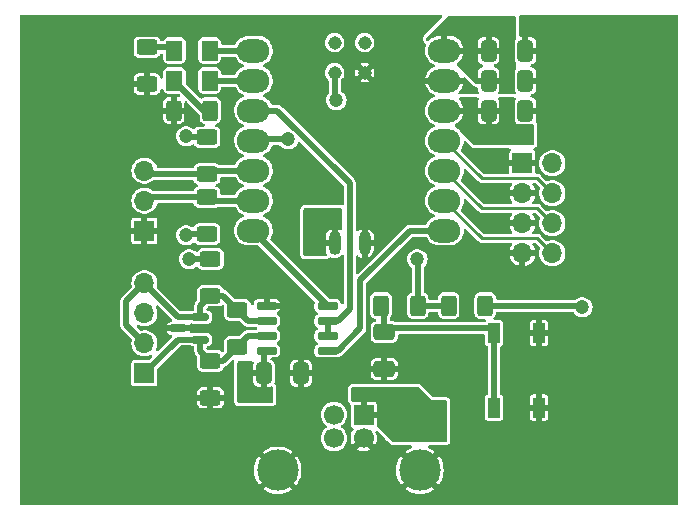
<source format=gtl>
G04 #@! TF.GenerationSoftware,KiCad,Pcbnew,7.0.10*
G04 #@! TF.CreationDate,2024-03-12T12:36:54-06:00*
G04 #@! TF.ProjectId,ARXCarrierBoard,41525843-6172-4726-9965-72426f617264,rev?*
G04 #@! TF.SameCoordinates,Original*
G04 #@! TF.FileFunction,Copper,L1,Top*
G04 #@! TF.FilePolarity,Positive*
%FSLAX46Y46*%
G04 Gerber Fmt 4.6, Leading zero omitted, Abs format (unit mm)*
G04 Created by KiCad (PCBNEW 7.0.10) date 2024-03-12 12:36:54*
%MOMM*%
%LPD*%
G01*
G04 APERTURE LIST*
G04 Aperture macros list*
%AMRoundRect*
0 Rectangle with rounded corners*
0 $1 Rounding radius*
0 $2 $3 $4 $5 $6 $7 $8 $9 X,Y pos of 4 corners*
0 Add a 4 corners polygon primitive as box body*
4,1,4,$2,$3,$4,$5,$6,$7,$8,$9,$2,$3,0*
0 Add four circle primitives for the rounded corners*
1,1,$1+$1,$2,$3*
1,1,$1+$1,$4,$5*
1,1,$1+$1,$6,$7*
1,1,$1+$1,$8,$9*
0 Add four rect primitives between the rounded corners*
20,1,$1+$1,$2,$3,$4,$5,0*
20,1,$1+$1,$4,$5,$6,$7,0*
20,1,$1+$1,$6,$7,$8,$9,0*
20,1,$1+$1,$8,$9,$2,$3,0*%
G04 Aperture macros list end*
G04 #@! TA.AperFunction,SMDPad,CuDef*
%ADD10RoundRect,0.250000X0.650000X-0.412500X0.650000X0.412500X-0.650000X0.412500X-0.650000X-0.412500X0*%
G04 #@! TD*
G04 #@! TA.AperFunction,ComponentPad*
%ADD11R,1.700000X1.700000*%
G04 #@! TD*
G04 #@! TA.AperFunction,ComponentPad*
%ADD12O,1.700000X1.700000*%
G04 #@! TD*
G04 #@! TA.AperFunction,SMDPad,CuDef*
%ADD13RoundRect,0.250000X-0.625000X0.400000X-0.625000X-0.400000X0.625000X-0.400000X0.625000X0.400000X0*%
G04 #@! TD*
G04 #@! TA.AperFunction,SMDPad,CuDef*
%ADD14RoundRect,0.250000X0.400000X0.625000X-0.400000X0.625000X-0.400000X-0.625000X0.400000X-0.625000X0*%
G04 #@! TD*
G04 #@! TA.AperFunction,SMDPad,CuDef*
%ADD15RoundRect,0.250000X-0.400000X-0.625000X0.400000X-0.625000X0.400000X0.625000X-0.400000X0.625000X0*%
G04 #@! TD*
G04 #@! TA.AperFunction,ComponentPad*
%ADD16C,1.700000*%
G04 #@! TD*
G04 #@! TA.AperFunction,ComponentPad*
%ADD17C,3.500000*%
G04 #@! TD*
G04 #@! TA.AperFunction,SMDPad,CuDef*
%ADD18R,1.000000X1.700000*%
G04 #@! TD*
G04 #@! TA.AperFunction,SMDPad,CuDef*
%ADD19RoundRect,0.250000X0.625000X-0.400000X0.625000X0.400000X-0.625000X0.400000X-0.625000X-0.400000X0*%
G04 #@! TD*
G04 #@! TA.AperFunction,SMDPad,CuDef*
%ADD20RoundRect,0.250001X-0.462499X-0.624999X0.462499X-0.624999X0.462499X0.624999X-0.462499X0.624999X0*%
G04 #@! TD*
G04 #@! TA.AperFunction,SMDPad,CuDef*
%ADD21RoundRect,0.250000X0.412500X0.650000X-0.412500X0.650000X-0.412500X-0.650000X0.412500X-0.650000X0*%
G04 #@! TD*
G04 #@! TA.AperFunction,SMDPad,CuDef*
%ADD22RoundRect,0.150000X0.725000X0.150000X-0.725000X0.150000X-0.725000X-0.150000X0.725000X-0.150000X0*%
G04 #@! TD*
G04 #@! TA.AperFunction,SMDPad,CuDef*
%ADD23O,2.748280X1.998980*%
G04 #@! TD*
G04 #@! TA.AperFunction,SMDPad,CuDef*
%ADD24O,1.016000X2.032000*%
G04 #@! TD*
G04 #@! TA.AperFunction,SMDPad,CuDef*
%ADD25C,1.143000*%
G04 #@! TD*
G04 #@! TA.AperFunction,SMDPad,CuDef*
%ADD26RoundRect,0.250000X-0.412500X-0.650000X0.412500X-0.650000X0.412500X0.650000X-0.412500X0.650000X0*%
G04 #@! TD*
G04 #@! TA.AperFunction,SMDPad,CuDef*
%ADD27RoundRect,0.150000X0.587500X0.150000X-0.587500X0.150000X-0.587500X-0.150000X0.587500X-0.150000X0*%
G04 #@! TD*
G04 #@! TA.AperFunction,ViaPad*
%ADD28C,1.200000*%
G04 #@! TD*
G04 #@! TA.AperFunction,ViaPad*
%ADD29C,3.200000*%
G04 #@! TD*
G04 #@! TA.AperFunction,Conductor*
%ADD30C,0.500000*%
G04 #@! TD*
G04 #@! TA.AperFunction,Conductor*
%ADD31C,0.250000*%
G04 #@! TD*
G04 APERTURE END LIST*
D10*
X198883270Y-93622990D03*
X198883270Y-90497990D03*
D11*
X210566000Y-76200000D03*
D12*
X213106000Y-76200000D03*
X210566000Y-78740000D03*
X213106000Y-78740000D03*
X210566000Y-81280000D03*
X213106000Y-81280000D03*
X210566000Y-83820000D03*
X213106000Y-83820000D03*
D13*
X178780770Y-66380490D03*
X178780770Y-69480490D03*
D14*
X184140770Y-71740490D03*
X181040770Y-71740490D03*
D15*
X198603270Y-88250490D03*
X201703270Y-88250490D03*
D11*
X197125590Y-97478310D03*
D16*
X194625590Y-97478310D03*
X194625590Y-99478310D03*
X197125590Y-99478310D03*
D17*
X201895590Y-102188310D03*
X189855590Y-102188310D03*
D13*
X183860770Y-74000490D03*
X183860770Y-77100490D03*
D18*
X208158000Y-96876000D03*
X208158000Y-90576000D03*
X211958000Y-96876000D03*
X211958000Y-90576000D03*
D19*
X184150000Y-96038000D03*
X184150000Y-92938000D03*
D20*
X181103270Y-66660490D03*
X184078270Y-66660490D03*
D11*
X178563270Y-81900490D03*
D12*
X178563270Y-79360490D03*
X178563270Y-76820490D03*
D21*
X210823270Y-71740490D03*
X207698270Y-71740490D03*
D20*
X181103270Y-69200490D03*
X184078270Y-69200490D03*
D21*
X210823270Y-66660490D03*
X207698270Y-66660490D03*
D22*
X194091000Y-92075000D03*
X194091000Y-90805000D03*
X194091000Y-89535000D03*
X194091000Y-88265000D03*
X188941000Y-88265000D03*
X188941000Y-89535000D03*
X188941000Y-90805000D03*
X188941000Y-92075000D03*
D19*
X183860770Y-82180490D03*
X183860770Y-79080490D03*
X184150000Y-87402000D03*
X184150000Y-84302000D03*
D21*
X191808500Y-93980000D03*
X188683500Y-93980000D03*
D23*
X187798710Y-66660490D03*
X187798710Y-69200490D03*
X187798710Y-71740490D03*
X187798710Y-74280490D03*
X187798710Y-76820490D03*
X187798710Y-79360490D03*
X187798710Y-81900490D03*
X203963270Y-81900490D03*
X203963270Y-79360490D03*
X203963270Y-76820490D03*
X203963270Y-74280490D03*
X203963270Y-71740490D03*
X203963270Y-69200490D03*
X203963270Y-66660490D03*
D24*
X194665590Y-82978310D03*
X197215590Y-82978310D03*
D25*
X194664393Y-65974123D03*
X197204393Y-65974123D03*
X194664393Y-68514123D03*
X197204393Y-68514123D03*
D15*
X204313270Y-88250490D03*
X207413270Y-88250490D03*
D26*
X207698270Y-69200490D03*
X210823270Y-69200490D03*
D11*
X178563270Y-93980000D03*
D12*
X178563270Y-91440000D03*
X178563270Y-88900000D03*
X178563270Y-86360000D03*
D19*
X186436000Y-91720000D03*
X186436000Y-88620000D03*
D27*
X183309500Y-91120000D03*
X183309500Y-89220000D03*
X181434500Y-90170000D03*
D28*
X184912000Y-90170000D03*
X205232000Y-99060000D03*
X198374000Y-69596000D03*
X201676000Y-69088000D03*
X189738000Y-80772000D03*
X197358000Y-80772000D03*
X211074000Y-64770000D03*
X177292000Y-77978000D03*
X189738000Y-78105000D03*
X196088000Y-67310000D03*
X180594000Y-75946000D03*
X214884000Y-77470000D03*
X205232000Y-95758000D03*
X179832000Y-90170000D03*
D29*
X220980000Y-66294000D03*
D28*
X185674000Y-80772000D03*
X203200000Y-95250000D03*
X214884000Y-82550000D03*
X212344000Y-66548000D03*
X186690000Y-87122000D03*
X182118000Y-92202000D03*
X201676000Y-70612000D03*
D29*
X220980000Y-102362000D03*
D28*
X212344000Y-69088000D03*
X180340000Y-93980000D03*
X182118000Y-88138000D03*
X201930000Y-80772000D03*
X194564000Y-93472000D03*
X185674000Y-75438000D03*
X185928000Y-78105000D03*
X190754000Y-90932000D03*
X196088000Y-69596000D03*
X201676000Y-67564000D03*
X190754000Y-89408000D03*
X214884000Y-85344000D03*
X205232000Y-97536000D03*
X180594000Y-80264000D03*
X214884000Y-80010000D03*
X180340000Y-86360000D03*
X194564000Y-86868000D03*
D29*
X170688000Y-102362000D03*
X170688000Y-66294000D03*
D28*
X198882000Y-82296000D03*
X198374000Y-67310000D03*
X190754000Y-74168000D03*
X215646000Y-88392000D03*
X188720730Y-95758000D03*
X187196730Y-93980000D03*
X209260770Y-73660000D03*
X207736770Y-73660000D03*
X182372000Y-84328000D03*
X209260770Y-71740490D03*
X182118000Y-82296000D03*
X187196730Y-95758000D03*
X210820000Y-73660000D03*
X182118000Y-73914000D03*
X199665590Y-95885000D03*
X206187370Y-64755490D03*
X199665590Y-99060000D03*
X203200000Y-99060000D03*
X203200000Y-97478310D03*
X199665590Y-97478310D03*
X209260770Y-66660490D03*
X201358923Y-97478310D03*
X209260770Y-69200490D03*
X207711370Y-64755490D03*
X192786000Y-82804000D03*
X209235370Y-64755490D03*
X194564000Y-80772000D03*
X192786000Y-80772000D03*
X201358923Y-99060000D03*
X194818000Y-70866000D03*
X201676000Y-84328000D03*
D30*
X187798710Y-81900490D02*
X187798710Y-81972710D01*
X187798710Y-81972710D02*
X194091000Y-88265000D01*
X196850000Y-86106000D02*
X196850000Y-90170000D01*
X201055510Y-81900490D02*
X196850000Y-86106000D01*
X196850000Y-90170000D02*
X194945000Y-92075000D01*
X203963270Y-81900490D02*
X201055510Y-81900490D01*
X194945000Y-92075000D02*
X194091000Y-92075000D01*
X189811415Y-71740490D02*
X195961000Y-77890075D01*
X195961000Y-88539999D02*
X194965999Y-89535000D01*
X194091000Y-90805000D02*
X194091000Y-89535000D01*
X187798710Y-71740490D02*
X189811415Y-71740490D01*
X194965999Y-89535000D02*
X194091000Y-89535000D01*
X195961000Y-77890075D02*
X195961000Y-88539999D01*
X187911200Y-74168000D02*
X187798710Y-74280490D01*
X190754000Y-74168000D02*
X187911200Y-74168000D01*
D31*
X211836000Y-77470000D02*
X213106000Y-78740000D01*
X203963270Y-74280490D02*
X207152780Y-77470000D01*
X207152780Y-77470000D02*
X211836000Y-77470000D01*
X211836000Y-80010000D02*
X213106000Y-81280000D01*
X207152780Y-80010000D02*
X211836000Y-80010000D01*
X203963270Y-76820490D02*
X207152780Y-80010000D01*
X203963270Y-79360490D02*
X207152780Y-82550000D01*
X207152780Y-82550000D02*
X211836000Y-82550000D01*
X211836000Y-82550000D02*
X213106000Y-83820000D01*
D30*
X215646000Y-88392000D02*
X215504490Y-88250490D01*
X215504490Y-88250490D02*
X207413270Y-88250490D01*
X188683500Y-93980000D02*
X188683500Y-92332500D01*
X182233510Y-82180490D02*
X182118000Y-82296000D01*
X182204490Y-74000490D02*
X182118000Y-73914000D01*
X183860770Y-82180490D02*
X182233510Y-82180490D01*
X184150000Y-84302000D02*
X182398000Y-84302000D01*
X188683500Y-92332500D02*
X188941000Y-92075000D01*
X183860770Y-74000490D02*
X182204490Y-74000490D01*
X182398000Y-84302000D02*
X182372000Y-84328000D01*
X178843270Y-77100490D02*
X178563270Y-76820490D01*
X187798710Y-76820490D02*
X184140770Y-76820490D01*
X184140770Y-76820490D02*
X183860770Y-77100490D01*
X183860770Y-77100490D02*
X178843270Y-77100490D01*
X184140770Y-79360490D02*
X183860770Y-79080490D01*
X183860770Y-79080490D02*
X178843270Y-79080490D01*
X187798710Y-79360490D02*
X184140770Y-79360490D01*
X178843270Y-79080490D02*
X178563270Y-79360490D01*
X184150000Y-92938000D02*
X185218000Y-92938000D01*
X181423270Y-91120000D02*
X178563270Y-93980000D01*
X185218000Y-92938000D02*
X186436000Y-91720000D01*
X183309500Y-91120000D02*
X183309500Y-92097500D01*
X183309500Y-91120000D02*
X181423270Y-91120000D01*
X188941000Y-90805000D02*
X187351000Y-90805000D01*
X187351000Y-90805000D02*
X186436000Y-91720000D01*
X183309500Y-92097500D02*
X184150000Y-92938000D01*
X178563270Y-86360000D02*
X177038000Y-87885270D01*
X185218000Y-87402000D02*
X186436000Y-88620000D01*
X177038000Y-87885270D02*
X177038000Y-89914730D01*
X187351000Y-89535000D02*
X186436000Y-88620000D01*
X177038000Y-89914730D02*
X178563270Y-91440000D01*
X183309500Y-88242500D02*
X184150000Y-87402000D01*
X183309500Y-89220000D02*
X183309500Y-88242500D01*
X188941000Y-89535000D02*
X187351000Y-89535000D01*
X183309500Y-89220000D02*
X181423270Y-89220000D01*
X184150000Y-87402000D02*
X185218000Y-87402000D01*
X181423270Y-89220000D02*
X178563270Y-86360000D01*
X187798710Y-66660490D02*
X184078270Y-66660490D01*
X187798710Y-69200490D02*
X184078270Y-69200490D01*
X178780770Y-66380490D02*
X180823270Y-66380490D01*
X180823270Y-66380490D02*
X181103270Y-66660490D01*
X183643270Y-71740490D02*
X181103270Y-69200490D01*
X184140770Y-71740490D02*
X183643270Y-71740490D01*
X201703270Y-84355270D02*
X201676000Y-84328000D01*
X204313270Y-88250490D02*
X201703270Y-88250490D01*
X194664393Y-68514123D02*
X194664393Y-70712393D01*
X201703270Y-88250490D02*
X201703270Y-84355270D01*
X194664393Y-70712393D02*
X194818000Y-70866000D01*
X199220770Y-90160490D02*
X207742490Y-90160490D01*
X208158000Y-96876000D02*
X208158000Y-90576000D01*
X198883270Y-88530490D02*
X198603270Y-88250490D01*
X198883270Y-90497990D02*
X198883270Y-88530490D01*
X207742490Y-90160490D02*
X208158000Y-90576000D01*
X198883270Y-90497990D02*
X199220770Y-90160490D01*
G04 #@! TA.AperFunction,Conductor*
G36*
X206830794Y-70632002D02*
G01*
X206877287Y-70685658D01*
X206887391Y-70755932D01*
X206863542Y-70813508D01*
X206838870Y-70846465D01*
X206788223Y-70982251D01*
X206788221Y-70982259D01*
X206781770Y-71042267D01*
X206781770Y-71486490D01*
X208614769Y-71486490D01*
X208614769Y-71042287D01*
X208614767Y-71042263D01*
X208608317Y-70982257D01*
X208608317Y-70982255D01*
X208557669Y-70846465D01*
X208532998Y-70813508D01*
X208508188Y-70746987D01*
X208523280Y-70677614D01*
X208573483Y-70627412D01*
X208633867Y-70612000D01*
X209887049Y-70612000D01*
X209955170Y-70632002D01*
X210001663Y-70685658D01*
X210011767Y-70755932D01*
X209987918Y-70813508D01*
X209963427Y-70846224D01*
X209912732Y-70982140D01*
X209912730Y-70982148D01*
X209906270Y-71042227D01*
X209906270Y-72438736D01*
X209906272Y-72438760D01*
X209912729Y-72498829D01*
X209912729Y-72498831D01*
X209963337Y-72634513D01*
X209963428Y-72634757D01*
X210032869Y-72727520D01*
X210057679Y-72794040D01*
X210058000Y-72803028D01*
X210058000Y-72898000D01*
X211456000Y-72898000D01*
X211524121Y-72918002D01*
X211570614Y-72971658D01*
X211582000Y-73024000D01*
X211582000Y-74550000D01*
X211561998Y-74618121D01*
X211508342Y-74664614D01*
X211456000Y-74676000D01*
X206554190Y-74676000D01*
X206486069Y-74655998D01*
X206465095Y-74639095D01*
X205298489Y-73472489D01*
X205289073Y-73461954D01*
X205247959Y-73410399D01*
X205159642Y-73333239D01*
X205153447Y-73327447D01*
X204881853Y-73055853D01*
X204847827Y-72993541D01*
X204852892Y-72922726D01*
X204895439Y-72865890D01*
X204916280Y-72853235D01*
X204983431Y-72820897D01*
X204983433Y-72820896D01*
X205165973Y-72688272D01*
X205165974Y-72688271D01*
X205321899Y-72525186D01*
X205446197Y-72336885D01*
X205446198Y-72336882D01*
X205534880Y-72129400D01*
X205565672Y-71994490D01*
X206781771Y-71994490D01*
X206781771Y-72438692D01*
X206781772Y-72438716D01*
X206788222Y-72498722D01*
X206788222Y-72498724D01*
X206838870Y-72634513D01*
X206925722Y-72750537D01*
X207041746Y-72837389D01*
X207041745Y-72837389D01*
X207177531Y-72888036D01*
X207177539Y-72888038D01*
X207237555Y-72894489D01*
X207444270Y-72894489D01*
X207444270Y-71994490D01*
X207952270Y-71994490D01*
X207952270Y-72894489D01*
X208158973Y-72894489D01*
X208158996Y-72894487D01*
X208219002Y-72888037D01*
X208219004Y-72888037D01*
X208354793Y-72837389D01*
X208470817Y-72750537D01*
X208557669Y-72634513D01*
X208608316Y-72498728D01*
X208608318Y-72498720D01*
X208614769Y-72438712D01*
X208614770Y-72438695D01*
X208614770Y-71994490D01*
X207952270Y-71994490D01*
X207444270Y-71994490D01*
X206781771Y-71994490D01*
X205565672Y-71994490D01*
X203835270Y-71994490D01*
X203767149Y-71974488D01*
X203720656Y-71920832D01*
X203709270Y-71868490D01*
X203709270Y-71612490D01*
X203729272Y-71544369D01*
X203782928Y-71497876D01*
X203835270Y-71486490D01*
X205568450Y-71486490D01*
X205564921Y-71460436D01*
X205564918Y-71460424D01*
X205495198Y-71245846D01*
X205388279Y-71047157D01*
X205388279Y-71047156D01*
X205247600Y-70870749D01*
X205247598Y-70870747D01*
X205204264Y-70832887D01*
X205166124Y-70773005D01*
X205166414Y-70702009D01*
X205205040Y-70642440D01*
X205269741Y-70613210D01*
X205287164Y-70612000D01*
X206762673Y-70612000D01*
X206830794Y-70632002D01*
G37*
G04 #@! TD.AperFunction*
G04 #@! TA.AperFunction,Conductor*
G36*
X201818931Y-95143002D02*
G01*
X201839905Y-95159905D01*
X202945998Y-96265999D01*
X202946000Y-96266000D01*
X203200000Y-96520000D01*
X198208703Y-96520000D01*
X198158714Y-96445185D01*
X198074696Y-96389047D01*
X198074695Y-96389046D01*
X198000612Y-96374310D01*
X197379590Y-96374310D01*
X197379590Y-96520000D01*
X196871590Y-96520000D01*
X196871590Y-96374310D01*
X196250576Y-96374310D01*
X196250564Y-96374312D01*
X196238579Y-96376696D01*
X196167865Y-96370367D01*
X196111799Y-96326812D01*
X196088180Y-96259859D01*
X196088000Y-96253117D01*
X196088000Y-95249000D01*
X196108002Y-95180879D01*
X196161658Y-95134386D01*
X196214000Y-95123000D01*
X201750810Y-95123000D01*
X201818931Y-95143002D01*
G37*
G04 #@! TD.AperFunction*
G04 #@! TA.AperFunction,Conductor*
G36*
X195268121Y-80030002D02*
G01*
X195314614Y-80083658D01*
X195326000Y-80136000D01*
X195326000Y-81754636D01*
X195305998Y-81822757D01*
X195252342Y-81869250D01*
X195182068Y-81879354D01*
X195130404Y-81858033D01*
X195130077Y-81858601D01*
X195125808Y-81856136D01*
X195124758Y-81855703D01*
X195123723Y-81854932D01*
X194969457Y-81765867D01*
X194969458Y-81765867D01*
X194919590Y-81750936D01*
X194919590Y-83106310D01*
X194899588Y-83174431D01*
X194845932Y-83220924D01*
X194793590Y-83232310D01*
X193903590Y-83232310D01*
X193903590Y-83530690D01*
X193919082Y-83663234D01*
X193919083Y-83663236D01*
X193980005Y-83830620D01*
X193980008Y-83830626D01*
X194011668Y-83878762D01*
X194032390Y-83946667D01*
X194013110Y-84014996D01*
X193959949Y-84062054D01*
X193906397Y-84074000D01*
X192150000Y-84074000D01*
X192081879Y-84053998D01*
X192035386Y-84000342D01*
X192024000Y-83948000D01*
X192024000Y-82724310D01*
X193903590Y-82724310D01*
X194411590Y-82724310D01*
X194411590Y-81750005D01*
X194281997Y-81805907D01*
X194139108Y-81912283D01*
X194024617Y-82048730D01*
X194024616Y-82048732D01*
X193944670Y-82207917D01*
X193903590Y-82381246D01*
X193903590Y-82724310D01*
X192024000Y-82724310D01*
X192024000Y-80136000D01*
X192044002Y-80067879D01*
X192097658Y-80021386D01*
X192150000Y-80010000D01*
X195200000Y-80010000D01*
X195268121Y-80030002D01*
G37*
G04 #@! TD.AperFunction*
G04 #@! TA.AperFunction,Conductor*
G36*
X210000121Y-63774002D02*
G01*
X210046614Y-63827658D01*
X210058000Y-63880000D01*
X210058000Y-65597952D01*
X210037998Y-65666073D01*
X210032869Y-65673460D01*
X209963427Y-65766224D01*
X209912732Y-65902140D01*
X209912730Y-65902148D01*
X209906270Y-65962227D01*
X209906270Y-67358736D01*
X209906272Y-67358760D01*
X209912729Y-67418829D01*
X209912729Y-67418831D01*
X209963337Y-67554513D01*
X209963428Y-67554757D01*
X210032869Y-67647520D01*
X210057679Y-67714040D01*
X210058000Y-67723028D01*
X210058000Y-68137952D01*
X210037998Y-68206073D01*
X210032869Y-68213460D01*
X209963427Y-68306224D01*
X209912732Y-68442140D01*
X209912730Y-68442148D01*
X209906270Y-68502227D01*
X209906270Y-69898736D01*
X209906272Y-69898760D01*
X209912729Y-69958829D01*
X209912729Y-69958831D01*
X209954410Y-70070579D01*
X209963428Y-70094757D01*
X210003772Y-70148651D01*
X210009642Y-70156492D01*
X210034452Y-70223012D01*
X210019360Y-70292386D01*
X209969158Y-70342588D01*
X209908773Y-70358000D01*
X208612143Y-70358000D01*
X208544022Y-70337998D01*
X208497529Y-70284342D01*
X208487425Y-70214068D01*
X208511274Y-70156492D01*
X208557669Y-70094513D01*
X208608316Y-69958728D01*
X208608318Y-69958720D01*
X208614769Y-69898712D01*
X208614770Y-69898695D01*
X208614770Y-69454490D01*
X206777234Y-69454490D01*
X206724910Y-69483060D01*
X206654095Y-69477994D01*
X206609034Y-69449034D01*
X206106490Y-68946490D01*
X206781770Y-68946490D01*
X208614769Y-68946490D01*
X208614769Y-68502287D01*
X208614767Y-68502263D01*
X208608317Y-68442257D01*
X208608317Y-68442255D01*
X208557669Y-68306466D01*
X208470817Y-68190442D01*
X208354793Y-68103590D01*
X208354794Y-68103590D01*
X208211620Y-68050188D01*
X208212138Y-68048796D01*
X208158017Y-68017968D01*
X208125118Y-67955054D01*
X208131455Y-67884341D01*
X208175017Y-67828279D01*
X208211866Y-67811456D01*
X208211619Y-67810792D01*
X208354793Y-67757389D01*
X208470817Y-67670537D01*
X208557669Y-67554513D01*
X208608316Y-67418728D01*
X208608318Y-67418720D01*
X208614769Y-67358712D01*
X208614770Y-67358695D01*
X208614770Y-66914490D01*
X206781771Y-66914490D01*
X206781771Y-67358692D01*
X206781772Y-67358716D01*
X206788222Y-67418722D01*
X206788222Y-67418724D01*
X206838870Y-67554513D01*
X206925722Y-67670537D01*
X207041746Y-67757389D01*
X207041745Y-67757389D01*
X207184920Y-67810792D01*
X207184400Y-67812185D01*
X207238513Y-67843001D01*
X207271419Y-67905912D01*
X207265089Y-67976626D01*
X207221533Y-68032692D01*
X207184673Y-68049525D01*
X207184921Y-68050188D01*
X207041746Y-68103590D01*
X206925722Y-68190442D01*
X206838870Y-68306466D01*
X206788223Y-68442251D01*
X206788221Y-68442259D01*
X206781770Y-68502267D01*
X206781770Y-68946490D01*
X206106490Y-68946490D01*
X205039946Y-67879945D01*
X205005920Y-67817633D01*
X205010985Y-67746817D01*
X205053532Y-67689982D01*
X205054980Y-67688914D01*
X205165973Y-67608272D01*
X205165974Y-67608271D01*
X205321899Y-67445186D01*
X205446197Y-67256885D01*
X205446198Y-67256882D01*
X205534880Y-67049400D01*
X205565672Y-66914490D01*
X203835270Y-66914490D01*
X203767149Y-66894488D01*
X203720656Y-66840832D01*
X203709270Y-66788490D01*
X203709270Y-65407000D01*
X204217270Y-65407000D01*
X204217270Y-66406490D01*
X205568450Y-66406490D01*
X206781770Y-66406490D01*
X207444270Y-66406490D01*
X207444270Y-65506490D01*
X207952270Y-65506490D01*
X207952270Y-66406490D01*
X208614769Y-66406490D01*
X208614769Y-65962287D01*
X208614767Y-65962263D01*
X208608317Y-65902257D01*
X208608317Y-65902255D01*
X208557669Y-65766466D01*
X208470817Y-65650442D01*
X208354793Y-65563590D01*
X208354794Y-65563590D01*
X208219008Y-65512943D01*
X208219000Y-65512941D01*
X208158992Y-65506490D01*
X207952270Y-65506490D01*
X207444270Y-65506490D01*
X207237567Y-65506490D01*
X207237543Y-65506492D01*
X207177537Y-65512942D01*
X207177535Y-65512942D01*
X207041746Y-65563590D01*
X206925722Y-65650442D01*
X206838870Y-65766466D01*
X206788223Y-65902251D01*
X206788221Y-65902259D01*
X206781770Y-65962267D01*
X206781770Y-66406490D01*
X205568450Y-66406490D01*
X205564921Y-66380436D01*
X205564918Y-66380424D01*
X205495198Y-66165846D01*
X205388279Y-65967157D01*
X205388279Y-65967156D01*
X205247600Y-65790749D01*
X205247599Y-65790747D01*
X205077682Y-65642296D01*
X204883994Y-65526572D01*
X204883989Y-65526570D01*
X204672738Y-65447286D01*
X204450739Y-65407000D01*
X204217270Y-65407000D01*
X203709270Y-65407000D01*
X203532328Y-65407000D01*
X203363894Y-65422159D01*
X203363883Y-65422161D01*
X203146403Y-65482182D01*
X203146389Y-65482187D01*
X202943113Y-65580079D01*
X202943106Y-65580083D01*
X202760566Y-65712707D01*
X202760565Y-65712708D01*
X202655072Y-65823045D01*
X202593539Y-65858460D01*
X202522627Y-65854985D01*
X202464851Y-65813724D01*
X202438554Y-65747777D01*
X202438000Y-65735971D01*
X202438000Y-65584190D01*
X202458002Y-65516069D01*
X202474905Y-65495095D01*
X204179095Y-63790905D01*
X204241407Y-63756879D01*
X204268190Y-63754000D01*
X209932000Y-63754000D01*
X210000121Y-63774002D01*
G37*
G04 #@! TD.AperFunction*
G04 #@! TA.AperFunction,Conductor*
G36*
X187756242Y-92984002D02*
G01*
X187802735Y-93037658D01*
X187812839Y-93107932D01*
X187806176Y-93134034D01*
X187773452Y-93221764D01*
X187773451Y-93221769D01*
X187767000Y-93281777D01*
X187767000Y-93726000D01*
X188811500Y-93726000D01*
X188879621Y-93746002D01*
X188926114Y-93799658D01*
X188937500Y-93852000D01*
X188937500Y-95133999D01*
X189144203Y-95133999D01*
X189144226Y-95133997D01*
X189204232Y-95127547D01*
X189313966Y-95086618D01*
X189384782Y-95081552D01*
X189447095Y-95115577D01*
X189481120Y-95177889D01*
X189484000Y-95204673D01*
X189484000Y-96394000D01*
X189463998Y-96462121D01*
X189410342Y-96508614D01*
X189358000Y-96520000D01*
X186562000Y-96520000D01*
X186493879Y-96499998D01*
X186447386Y-96446342D01*
X186436000Y-96394000D01*
X186436000Y-94234000D01*
X187767001Y-94234000D01*
X187767001Y-94678202D01*
X187767002Y-94678226D01*
X187773452Y-94738232D01*
X187773452Y-94738234D01*
X187824100Y-94874023D01*
X187910952Y-94990047D01*
X188026976Y-95076899D01*
X188026975Y-95076899D01*
X188162761Y-95127546D01*
X188162769Y-95127548D01*
X188222785Y-95133999D01*
X188429500Y-95133999D01*
X188429500Y-94234000D01*
X187767001Y-94234000D01*
X186436000Y-94234000D01*
X186436000Y-93090000D01*
X186456002Y-93021879D01*
X186509658Y-92975386D01*
X186562000Y-92964000D01*
X187688121Y-92964000D01*
X187756242Y-92984002D01*
G37*
G04 #@! TD.AperFunction*
G04 #@! TA.AperFunction,Conductor*
G36*
X204158121Y-96286002D02*
G01*
X204204614Y-96339658D01*
X204216000Y-96392000D01*
X204216000Y-99696000D01*
X204195998Y-99764121D01*
X204142342Y-99810614D01*
X204090000Y-99822000D01*
X199696190Y-99822000D01*
X199628069Y-99801998D01*
X199607095Y-99785095D01*
X198266495Y-98444495D01*
X198232469Y-98382183D01*
X198229590Y-98355400D01*
X198229590Y-97732310D01*
X197510106Y-97732310D01*
X197558629Y-97648265D01*
X197589485Y-97513074D01*
X197579123Y-97374794D01*
X197528462Y-97245712D01*
X197511394Y-97224310D01*
X198229589Y-97224310D01*
X198229589Y-96603296D01*
X198229588Y-96603287D01*
X198214852Y-96529204D01*
X198214852Y-96529202D01*
X198158714Y-96445185D01*
X198074696Y-96389047D01*
X198074695Y-96389046D01*
X198000612Y-96374310D01*
X197379590Y-96374310D01*
X197379590Y-97094744D01*
X197327431Y-97059183D01*
X197194924Y-97018310D01*
X197091116Y-97018310D01*
X196988471Y-97033781D01*
X196871590Y-97090068D01*
X196871590Y-96374310D01*
X196250576Y-96374310D01*
X196250564Y-96374312D01*
X196238579Y-96376696D01*
X196167865Y-96370367D01*
X196111799Y-96326812D01*
X196090346Y-96266000D01*
X202946000Y-96266000D01*
X204090000Y-96266000D01*
X204158121Y-96286002D01*
G37*
G04 #@! TD.AperFunction*
G04 #@! TA.AperFunction,Conductor*
G36*
X185240886Y-88175451D02*
G01*
X185291088Y-88225653D01*
X185306500Y-88286038D01*
X185306500Y-89068246D01*
X185306502Y-89068270D01*
X185312959Y-89128339D01*
X185312959Y-89128341D01*
X185363657Y-89264266D01*
X185363658Y-89264267D01*
X185450596Y-89380404D01*
X185566733Y-89467342D01*
X185702658Y-89518040D01*
X185762745Y-89524500D01*
X186574838Y-89524499D01*
X186642959Y-89544501D01*
X186663933Y-89561404D01*
X186946332Y-89843803D01*
X186963232Y-89864773D01*
X186963354Y-89864963D01*
X186965804Y-89868775D01*
X187003594Y-89901520D01*
X187003601Y-89901526D01*
X187010174Y-89907645D01*
X187018527Y-89915998D01*
X187019779Y-89917250D01*
X187030639Y-89925380D01*
X187037637Y-89931020D01*
X187075442Y-89963777D01*
X187079761Y-89965749D01*
X187102929Y-89979495D01*
X187106730Y-89982340D01*
X187106733Y-89982342D01*
X187153598Y-89999821D01*
X187161889Y-90003255D01*
X187207404Y-90024042D01*
X187212103Y-90024717D01*
X187238213Y-90031382D01*
X187242658Y-90033040D01*
X187292554Y-90036608D01*
X187301487Y-90037569D01*
X187314917Y-90039500D01*
X187328483Y-90039500D01*
X187337470Y-90039820D01*
X187387360Y-90043389D01*
X187392003Y-90042378D01*
X187418784Y-90039500D01*
X187990507Y-90039500D01*
X188047709Y-90053233D01*
X188056541Y-90057733D01*
X188108156Y-90106480D01*
X188125223Y-90175395D01*
X188102323Y-90242597D01*
X188056541Y-90282267D01*
X188047709Y-90286767D01*
X187990507Y-90300500D01*
X187418784Y-90300500D01*
X187392003Y-90297621D01*
X187387360Y-90296611D01*
X187387358Y-90296611D01*
X187350340Y-90299258D01*
X187337470Y-90300179D01*
X187328483Y-90300500D01*
X187314917Y-90300500D01*
X187314911Y-90300500D01*
X187314908Y-90300501D01*
X187301471Y-90302431D01*
X187292551Y-90303390D01*
X187242657Y-90306960D01*
X187238198Y-90308623D01*
X187212110Y-90315281D01*
X187207408Y-90315957D01*
X187207403Y-90315958D01*
X187161890Y-90336743D01*
X187153595Y-90340179D01*
X187138012Y-90345991D01*
X187106733Y-90357657D01*
X187106727Y-90357661D01*
X187102920Y-90360511D01*
X187079776Y-90374243D01*
X187075440Y-90376223D01*
X187075439Y-90376224D01*
X187037642Y-90408975D01*
X187030650Y-90414611D01*
X187019775Y-90422752D01*
X187010182Y-90432346D01*
X187003604Y-90438470D01*
X186965804Y-90471223D01*
X186965803Y-90471225D01*
X186963231Y-90475228D01*
X186946333Y-90496194D01*
X186663932Y-90778595D01*
X186601620Y-90812621D01*
X186574837Y-90815500D01*
X185762753Y-90815500D01*
X185762729Y-90815502D01*
X185702660Y-90821959D01*
X185702658Y-90821959D01*
X185566733Y-90872657D01*
X185450596Y-90959596D01*
X185363657Y-91075734D01*
X185312962Y-91211650D01*
X185312960Y-91211658D01*
X185306500Y-91271737D01*
X185306500Y-92053961D01*
X185286498Y-92122082D01*
X185232842Y-92168575D01*
X185162568Y-92178679D01*
X185104992Y-92154830D01*
X185058485Y-92120016D01*
X185019267Y-92090658D01*
X185019265Y-92090657D01*
X185019266Y-92090657D01*
X184883349Y-92039962D01*
X184883344Y-92039960D01*
X184883342Y-92039960D01*
X184875831Y-92039152D01*
X184823262Y-92033500D01*
X184823255Y-92033500D01*
X184011161Y-92033500D01*
X183943040Y-92013498D01*
X183922066Y-91996595D01*
X183850905Y-91925434D01*
X183816879Y-91863122D01*
X183814000Y-91836339D01*
X183814000Y-91800010D01*
X183834002Y-91731889D01*
X183887658Y-91685396D01*
X183924055Y-91675971D01*
X183923945Y-91675274D01*
X183928832Y-91674500D01*
X183928834Y-91674500D01*
X184023555Y-91659498D01*
X184137723Y-91601326D01*
X184228326Y-91510723D01*
X184286498Y-91396555D01*
X184301500Y-91301834D01*
X184301500Y-90938166D01*
X184286498Y-90843445D01*
X184233101Y-90738648D01*
X184228326Y-90729276D01*
X184137723Y-90638673D01*
X184023553Y-90580501D01*
X183948596Y-90568630D01*
X183928834Y-90565500D01*
X182690166Y-90565500D01*
X182671799Y-90568408D01*
X182595443Y-90580501D01*
X182592054Y-90582229D01*
X182587490Y-90583086D01*
X182586016Y-90583565D01*
X182585954Y-90583374D01*
X182522276Y-90595332D01*
X182456493Y-90568630D01*
X182415588Y-90510601D01*
X182410406Y-90450248D01*
X182414563Y-90424000D01*
X180454437Y-90424000D01*
X180457983Y-90446393D01*
X180457986Y-90446402D01*
X180516081Y-90560421D01*
X180516084Y-90560426D01*
X180606575Y-90650917D01*
X180720599Y-90709015D01*
X180820095Y-90724774D01*
X180819793Y-90726679D01*
X180878470Y-90749046D01*
X180920607Y-90806186D01*
X180925163Y-90877036D01*
X180891333Y-90938464D01*
X179755492Y-92074305D01*
X179693180Y-92108331D01*
X179622365Y-92103266D01*
X179565529Y-92060719D01*
X179540718Y-91994199D01*
X179553607Y-91929046D01*
X179585459Y-91865079D01*
X179597598Y-91840701D01*
X179653615Y-91643821D01*
X179664616Y-91525105D01*
X179672502Y-91440004D01*
X179672502Y-91439995D01*
X179653615Y-91236180D01*
X179642104Y-91195723D01*
X179597598Y-91039299D01*
X179506358Y-90856065D01*
X179457093Y-90790827D01*
X179383003Y-90692715D01*
X179231733Y-90554814D01*
X179057703Y-90447059D01*
X179057698Y-90447057D01*
X179057697Y-90447056D01*
X179053830Y-90445558D01*
X178866829Y-90373113D01*
X178866830Y-90373113D01*
X178866827Y-90373112D01*
X178866826Y-90373112D01*
X178665617Y-90335500D01*
X178460923Y-90335500D01*
X178345817Y-90357016D01*
X178282989Y-90368761D01*
X178212353Y-90361616D01*
X178170742Y-90334001D01*
X177937561Y-90100820D01*
X177903535Y-90038508D01*
X177908600Y-89967693D01*
X177951147Y-89910857D01*
X178017667Y-89886046D01*
X178072172Y-89894233D01*
X178259714Y-89966888D01*
X178460923Y-90004500D01*
X178460925Y-90004500D01*
X178665615Y-90004500D01*
X178665617Y-90004500D01*
X178866826Y-89966888D01*
X179057697Y-89892944D01*
X179231732Y-89785186D01*
X179383002Y-89647285D01*
X179384337Y-89645518D01*
X179421223Y-89596672D01*
X179506358Y-89483935D01*
X179597598Y-89300701D01*
X179653615Y-89103821D01*
X179664734Y-88983829D01*
X179672502Y-88900004D01*
X179672502Y-88899995D01*
X179653615Y-88696180D01*
X179649154Y-88680502D01*
X179597598Y-88499299D01*
X179583864Y-88471717D01*
X179553606Y-88410950D01*
X179541146Y-88341055D01*
X179568453Y-88275520D01*
X179626856Y-88235152D01*
X179697813Y-88232767D01*
X179755491Y-88265692D01*
X180891335Y-89401536D01*
X180925361Y-89463848D01*
X180920296Y-89534663D01*
X180877749Y-89591499D01*
X180819800Y-89613368D01*
X180820095Y-89615227D01*
X180720602Y-89630983D01*
X180606575Y-89689082D01*
X180516084Y-89779573D01*
X180516082Y-89779576D01*
X180457983Y-89893600D01*
X180454435Y-89915998D01*
X180454437Y-89916000D01*
X182414562Y-89916000D01*
X182410405Y-89889746D01*
X182419506Y-89819335D01*
X182465229Y-89765022D01*
X182533058Y-89744051D01*
X182592058Y-89757772D01*
X182595445Y-89759498D01*
X182690166Y-89774500D01*
X182690168Y-89774500D01*
X183928832Y-89774500D01*
X183928834Y-89774500D01*
X184023555Y-89759498D01*
X184137723Y-89701326D01*
X184228326Y-89610723D01*
X184286498Y-89496555D01*
X184301500Y-89401834D01*
X184301500Y-89038166D01*
X184286498Y-88943445D01*
X184248166Y-88868214D01*
X184228326Y-88829276D01*
X184137723Y-88738673D01*
X184023553Y-88680501D01*
X183956010Y-88669804D01*
X183928834Y-88665500D01*
X183928832Y-88665500D01*
X183923945Y-88664726D01*
X183924165Y-88663336D01*
X183863763Y-88640308D01*
X183821629Y-88583166D01*
X183814000Y-88539989D01*
X183814000Y-88503661D01*
X183834002Y-88435540D01*
X183850905Y-88414566D01*
X183922067Y-88343404D01*
X183984379Y-88309378D01*
X184011162Y-88306499D01*
X184823247Y-88306499D01*
X184823254Y-88306499D01*
X184883342Y-88300040D01*
X185019267Y-88249342D01*
X185104992Y-88185169D01*
X185171511Y-88160359D01*
X185240886Y-88175451D01*
G37*
G04 #@! TD.AperFunction*
G04 #@! TA.AperFunction,Conductor*
G36*
X203741943Y-63645002D02*
G01*
X203788436Y-63698658D01*
X203798540Y-63768932D01*
X203769046Y-63833512D01*
X203762917Y-63840095D01*
X202291424Y-65311586D01*
X202272850Y-65332263D01*
X202257155Y-65351739D01*
X202256104Y-65353002D01*
X202255943Y-65353240D01*
X202209016Y-65442952D01*
X202209013Y-65442960D01*
X202189011Y-65511081D01*
X202178500Y-65584190D01*
X202178500Y-65584192D01*
X202178500Y-65735991D01*
X202178784Y-65748137D01*
X202179338Y-65759939D01*
X202179338Y-65759941D01*
X202197507Y-65843882D01*
X202197511Y-65843895D01*
X202223808Y-65909842D01*
X202232573Y-65927154D01*
X202244705Y-65951113D01*
X202244706Y-65951115D01*
X202314031Y-66024895D01*
X202314035Y-66024897D01*
X202314038Y-66024901D01*
X202366666Y-66062485D01*
X202371412Y-66065875D01*
X202415222Y-66121742D01*
X202421874Y-66192426D01*
X202414045Y-66217931D01*
X202391184Y-66271417D01*
X202340956Y-66491482D01*
X202335903Y-66604006D01*
X202330829Y-66716977D01*
X202337202Y-66764022D01*
X202361128Y-66940660D01*
X202430877Y-67155326D01*
X202430879Y-67155330D01*
X202430880Y-67155332D01*
X202537843Y-67354102D01*
X202677924Y-67529757D01*
X202678580Y-67530580D01*
X202848562Y-67679089D01*
X203042327Y-67794859D01*
X203042332Y-67794861D01*
X203042335Y-67794863D01*
X203042338Y-67794864D01*
X203090114Y-67812795D01*
X203146862Y-67855457D01*
X203171537Y-67922028D01*
X203156304Y-67991371D01*
X203105999Y-68041471D01*
X203100509Y-68044282D01*
X202943113Y-68120079D01*
X202943106Y-68120083D01*
X202760566Y-68252707D01*
X202760565Y-68252708D01*
X202604640Y-68415793D01*
X202480342Y-68604094D01*
X202480341Y-68604097D01*
X202391659Y-68811579D01*
X202360867Y-68946489D01*
X202360868Y-68946490D01*
X205575558Y-68946490D01*
X205619413Y-68918558D01*
X205690409Y-68918846D01*
X205743514Y-68950502D01*
X205922996Y-69129984D01*
X206194841Y-69401829D01*
X206425543Y-69632531D01*
X206468725Y-69667330D01*
X206468744Y-69667344D01*
X206513776Y-69696285D01*
X206513795Y-69696297D01*
X206537934Y-69710043D01*
X206635578Y-69736833D01*
X206664261Y-69738884D01*
X206730779Y-69763695D01*
X206773326Y-69820530D01*
X206781270Y-69864560D01*
X206781270Y-69898734D01*
X206781272Y-69898760D01*
X206787729Y-69958829D01*
X206787729Y-69958831D01*
X206838427Y-70094756D01*
X206838429Y-70094759D01*
X206881485Y-70152277D01*
X206906295Y-70218797D01*
X206891203Y-70288171D01*
X206841000Y-70338372D01*
X206771625Y-70353463D01*
X206762687Y-70352502D01*
X206762673Y-70352500D01*
X205287164Y-70352500D01*
X205287158Y-70352500D01*
X205269205Y-70353123D01*
X205200431Y-70335496D01*
X205152106Y-70283485D01*
X205139571Y-70213603D01*
X205166806Y-70148039D01*
X205173763Y-70140125D01*
X205321899Y-69985186D01*
X205446197Y-69796885D01*
X205446198Y-69796882D01*
X205534880Y-69589400D01*
X205565672Y-69454490D01*
X202358090Y-69454490D01*
X202361618Y-69480543D01*
X202361621Y-69480555D01*
X202431341Y-69695133D01*
X202538260Y-69893822D01*
X202538260Y-69893823D01*
X202678939Y-70070230D01*
X202678940Y-70070232D01*
X202848857Y-70218683D01*
X203042545Y-70334407D01*
X203042553Y-70334410D01*
X203090087Y-70352250D01*
X203146836Y-70394912D01*
X203171512Y-70461483D01*
X203156280Y-70530826D01*
X203105976Y-70580926D01*
X203100485Y-70583738D01*
X202942852Y-70659650D01*
X202942849Y-70659652D01*
X202760235Y-70792329D01*
X202760234Y-70792330D01*
X202604247Y-70955480D01*
X202479900Y-71143857D01*
X202479897Y-71143863D01*
X202391185Y-71351415D01*
X202391183Y-71351420D01*
X202340956Y-71571482D01*
X202334264Y-71720500D01*
X202330829Y-71796977D01*
X202340516Y-71868490D01*
X202361128Y-72020660D01*
X202430877Y-72235326D01*
X202430879Y-72235330D01*
X202430880Y-72235332D01*
X202537843Y-72434102D01*
X202677924Y-72609757D01*
X202678580Y-72610580D01*
X202848562Y-72759089D01*
X203042327Y-72874859D01*
X203042330Y-72874860D01*
X203042335Y-72874863D01*
X203089466Y-72892551D01*
X203146213Y-72935212D01*
X203170889Y-73001782D01*
X203155657Y-73071126D01*
X203105353Y-73121226D01*
X203099862Y-73124038D01*
X202942852Y-73199650D01*
X202942849Y-73199652D01*
X202760235Y-73332329D01*
X202760234Y-73332330D01*
X202604247Y-73495480D01*
X202479900Y-73683857D01*
X202479897Y-73683863D01*
X202391185Y-73891415D01*
X202391183Y-73891420D01*
X202345257Y-74092639D01*
X202340956Y-74111482D01*
X202330829Y-74336977D01*
X202341943Y-74419026D01*
X202361128Y-74560660D01*
X202430877Y-74775326D01*
X202430879Y-74775330D01*
X202430880Y-74775332D01*
X202537843Y-74974102D01*
X202667690Y-75136924D01*
X202678580Y-75150580D01*
X202848562Y-75299089D01*
X203042327Y-75414859D01*
X203042330Y-75414860D01*
X203042335Y-75414863D01*
X203089466Y-75432551D01*
X203146213Y-75475212D01*
X203170889Y-75541782D01*
X203155657Y-75611126D01*
X203105353Y-75661226D01*
X203099862Y-75664038D01*
X202942852Y-75739650D01*
X202942849Y-75739652D01*
X202760235Y-75872329D01*
X202760234Y-75872330D01*
X202604247Y-76035480D01*
X202479900Y-76223857D01*
X202479897Y-76223863D01*
X202391185Y-76431415D01*
X202391183Y-76431420D01*
X202340956Y-76651482D01*
X202335008Y-76783935D01*
X202330829Y-76876977D01*
X202340353Y-76947284D01*
X202361128Y-77100660D01*
X202430877Y-77315326D01*
X202430879Y-77315330D01*
X202430880Y-77315332D01*
X202537843Y-77514102D01*
X202669065Y-77678648D01*
X202678580Y-77690580D01*
X202848562Y-77839089D01*
X203042327Y-77954859D01*
X203042330Y-77954860D01*
X203042335Y-77954863D01*
X203089466Y-77972551D01*
X203146213Y-78015212D01*
X203170889Y-78081782D01*
X203155657Y-78151126D01*
X203105353Y-78201226D01*
X203099862Y-78204038D01*
X202942852Y-78279650D01*
X202942849Y-78279652D01*
X202760235Y-78412329D01*
X202760234Y-78412330D01*
X202604247Y-78575480D01*
X202479900Y-78763857D01*
X202479897Y-78763863D01*
X202391185Y-78971415D01*
X202391183Y-78971420D01*
X202340956Y-79191482D01*
X202335008Y-79323935D01*
X202330829Y-79416977D01*
X202340256Y-79486568D01*
X202361128Y-79640660D01*
X202430877Y-79855326D01*
X202430879Y-79855330D01*
X202430880Y-79855332D01*
X202537843Y-80054102D01*
X202664651Y-80213113D01*
X202678580Y-80230580D01*
X202848562Y-80379089D01*
X203042327Y-80494859D01*
X203042330Y-80494860D01*
X203042335Y-80494863D01*
X203089466Y-80512551D01*
X203146213Y-80555212D01*
X203170889Y-80621782D01*
X203155657Y-80691126D01*
X203105353Y-80741226D01*
X203099862Y-80744038D01*
X202942852Y-80819650D01*
X202942849Y-80819652D01*
X202760235Y-80952329D01*
X202760234Y-80952330D01*
X202604247Y-81115480D01*
X202479900Y-81303856D01*
X202479895Y-81303865D01*
X202473210Y-81319509D01*
X202428046Y-81374288D01*
X202360435Y-81395952D01*
X202357349Y-81395990D01*
X201123294Y-81395990D01*
X201096513Y-81393111D01*
X201091870Y-81392101D01*
X201091868Y-81392101D01*
X201054850Y-81394748D01*
X201041980Y-81395669D01*
X201032993Y-81395990D01*
X201019427Y-81395990D01*
X201019421Y-81395990D01*
X201019418Y-81395991D01*
X201005981Y-81397921D01*
X200997061Y-81398880D01*
X200947167Y-81402450D01*
X200942708Y-81404113D01*
X200916620Y-81410771D01*
X200911918Y-81411447D01*
X200911913Y-81411448D01*
X200866400Y-81432233D01*
X200858105Y-81435669D01*
X200843574Y-81441089D01*
X200811243Y-81453147D01*
X200811237Y-81453151D01*
X200807430Y-81456001D01*
X200784286Y-81469733D01*
X200779950Y-81471713D01*
X200779949Y-81471714D01*
X200742152Y-81504465D01*
X200735160Y-81510101D01*
X200724285Y-81518242D01*
X200714692Y-81527836D01*
X200708114Y-81533960D01*
X200670314Y-81566713D01*
X200670313Y-81566715D01*
X200667741Y-81570718D01*
X200650843Y-81591684D01*
X196680595Y-85561933D01*
X196618283Y-85595959D01*
X196547468Y-85590894D01*
X196490632Y-85548347D01*
X196465821Y-85481827D01*
X196465500Y-85472838D01*
X196465500Y-84118340D01*
X196485502Y-84050219D01*
X196539158Y-84003726D01*
X196609432Y-83993622D01*
X196674012Y-84023116D01*
X196677966Y-84026691D01*
X196757456Y-84101686D01*
X196757460Y-84101689D01*
X196911717Y-84190750D01*
X196911723Y-84190752D01*
X196961590Y-84205681D01*
X196961590Y-83232310D01*
X197469590Y-83232310D01*
X197469590Y-84206613D01*
X197599179Y-84150715D01*
X197742071Y-84044336D01*
X197856562Y-83907889D01*
X197856563Y-83907887D01*
X197936509Y-83748702D01*
X197977590Y-83575373D01*
X197977590Y-83232310D01*
X197469590Y-83232310D01*
X196961590Y-83232310D01*
X196961590Y-81750936D01*
X197469590Y-81750936D01*
X197469590Y-82724310D01*
X197977590Y-82724310D01*
X197977590Y-82425929D01*
X197962097Y-82293385D01*
X197962096Y-82293383D01*
X197901174Y-82125999D01*
X197803288Y-81977171D01*
X197673723Y-81854933D01*
X197673719Y-81854930D01*
X197519457Y-81765867D01*
X197519458Y-81765867D01*
X197469590Y-81750936D01*
X196961590Y-81750936D01*
X196961590Y-81750005D01*
X196831997Y-81805907D01*
X196689110Y-81912281D01*
X196688022Y-81913579D01*
X196687047Y-81914227D01*
X196683770Y-81917319D01*
X196683241Y-81916759D01*
X196628913Y-81952905D01*
X196557925Y-81954032D01*
X196497597Y-81916602D01*
X196467083Y-81852497D01*
X196465500Y-81832588D01*
X196465500Y-77957861D01*
X196468379Y-77931080D01*
X196469390Y-77926435D01*
X196465821Y-77876536D01*
X196465500Y-77867547D01*
X196465500Y-77853989D01*
X196463570Y-77840573D01*
X196462607Y-77831619D01*
X196462597Y-77831478D01*
X196459040Y-77781733D01*
X196457380Y-77777284D01*
X196450717Y-77751176D01*
X196450042Y-77746479D01*
X196450041Y-77746477D01*
X196450041Y-77746475D01*
X196429264Y-77700981D01*
X196425821Y-77692670D01*
X196408343Y-77645808D01*
X196405494Y-77642002D01*
X196391750Y-77618837D01*
X196389777Y-77614518D01*
X196389777Y-77614517D01*
X196379870Y-77603084D01*
X196357010Y-77576702D01*
X196351370Y-77569702D01*
X196343250Y-77558855D01*
X196333658Y-77549263D01*
X196327540Y-77542691D01*
X196294778Y-77504881D01*
X196294772Y-77504876D01*
X196290771Y-77502305D01*
X196269799Y-77485404D01*
X190216083Y-71431687D01*
X190199183Y-71410718D01*
X190196611Y-71406715D01*
X190196609Y-71406713D01*
X190158804Y-71373954D01*
X190152223Y-71367826D01*
X190142640Y-71358243D01*
X190142636Y-71358240D01*
X190131753Y-71350093D01*
X190124782Y-71344475D01*
X190086973Y-71311713D01*
X190086971Y-71311712D01*
X190086968Y-71311710D01*
X190082639Y-71309733D01*
X190059486Y-71295994D01*
X190055684Y-71293148D01*
X190055683Y-71293147D01*
X190008817Y-71275667D01*
X190000518Y-71272230D01*
X189955011Y-71251448D01*
X189955008Y-71251447D01*
X189950305Y-71250771D01*
X189924213Y-71244111D01*
X189919759Y-71242450D01*
X189869856Y-71238880D01*
X189860935Y-71237921D01*
X189847498Y-71235990D01*
X189847493Y-71235990D01*
X189833932Y-71235990D01*
X189824944Y-71235669D01*
X189804482Y-71234205D01*
X189775056Y-71232101D01*
X189775054Y-71232101D01*
X189770412Y-71233111D01*
X189743631Y-71235990D01*
X189401184Y-71235990D01*
X189333063Y-71215988D01*
X189290230Y-71169699D01*
X189224137Y-71046878D01*
X189083401Y-70870401D01*
X189066047Y-70855239D01*
X188913417Y-70721890D01*
X188719652Y-70606120D01*
X188719647Y-70606118D01*
X188719646Y-70606117D01*
X188719645Y-70606117D01*
X188672512Y-70588427D01*
X188615765Y-70545766D01*
X188591090Y-70479195D01*
X188606323Y-70409852D01*
X188656627Y-70359752D01*
X188662118Y-70356941D01*
X188819130Y-70281328D01*
X189001744Y-70148651D01*
X189157732Y-69985500D01*
X189282082Y-69797119D01*
X189370796Y-69589561D01*
X189421024Y-69369498D01*
X189431151Y-69144003D01*
X189400852Y-68920323D01*
X189393747Y-68898456D01*
X189331102Y-68705653D01*
X189331101Y-68705651D01*
X189331100Y-68705648D01*
X189228036Y-68514123D01*
X193833843Y-68514123D01*
X193851982Y-68686702D01*
X193851994Y-68686809D01*
X193905645Y-68851933D01*
X193905649Y-68851940D01*
X193992462Y-69002306D01*
X193992463Y-69002308D01*
X194108644Y-69131340D01*
X194113552Y-69135759D01*
X194112578Y-69136840D01*
X194151303Y-69187049D01*
X194159893Y-69232774D01*
X194159893Y-70271504D01*
X194139891Y-70339625D01*
X194127532Y-70355811D01*
X194122892Y-70360963D01*
X194122885Y-70360973D01*
X194033075Y-70516527D01*
X194033072Y-70516533D01*
X193977568Y-70687360D01*
X193958793Y-70866000D01*
X193977568Y-71044639D01*
X194033072Y-71215466D01*
X194033075Y-71215472D01*
X194122878Y-71371014D01*
X194122887Y-71371029D01*
X194243078Y-71504515D01*
X194388396Y-71610095D01*
X194552490Y-71683154D01*
X194728188Y-71720500D01*
X194907812Y-71720500D01*
X195083510Y-71683154D01*
X195247604Y-71610095D01*
X195392922Y-71504515D01*
X195513113Y-71371029D01*
X195602925Y-71215471D01*
X195617798Y-71169698D01*
X195658431Y-71044639D01*
X195662360Y-71007259D01*
X195677207Y-70866000D01*
X195658431Y-70687361D01*
X195652332Y-70668590D01*
X195602927Y-70516533D01*
X195602924Y-70516527D01*
X195541335Y-70409852D01*
X195513113Y-70360971D01*
X195392922Y-70227485D01*
X195381367Y-70219090D01*
X195289407Y-70152277D01*
X195247604Y-70121905D01*
X195247600Y-70121903D01*
X195247595Y-70121900D01*
X195243636Y-70120137D01*
X195189544Y-70074153D01*
X195168899Y-70006225D01*
X195168893Y-70005034D01*
X195168893Y-69250028D01*
X196827696Y-69250028D01*
X196947896Y-69303545D01*
X197117629Y-69339623D01*
X197291157Y-69339623D01*
X197460889Y-69303545D01*
X197581089Y-69250028D01*
X197204394Y-68873333D01*
X197204393Y-68873333D01*
X196827696Y-69250028D01*
X195168893Y-69250028D01*
X195168893Y-69232774D01*
X195188895Y-69164653D01*
X195215699Y-69136275D01*
X195215234Y-69135759D01*
X195220141Y-69131340D01*
X195336322Y-69002308D01*
X195336323Y-69002306D01*
X195341303Y-68993680D01*
X195423138Y-68851938D01*
X195423206Y-68851731D01*
X195465863Y-68720442D01*
X195476793Y-68686804D01*
X195494943Y-68514123D01*
X196374346Y-68514123D01*
X196392486Y-68686702D01*
X196392486Y-68686706D01*
X196446103Y-68851725D01*
X196446108Y-68851736D01*
X196468604Y-68890701D01*
X196845181Y-68514124D01*
X197563603Y-68514124D01*
X197940180Y-68890701D01*
X197940181Y-68890700D01*
X197962677Y-68851738D01*
X197962680Y-68851731D01*
X198016298Y-68686706D01*
X198016299Y-68686702D01*
X198034439Y-68514123D01*
X198016299Y-68341543D01*
X198016298Y-68341539D01*
X197962682Y-68176519D01*
X197962677Y-68176509D01*
X197940180Y-68137543D01*
X197563603Y-68514122D01*
X197563603Y-68514124D01*
X196845181Y-68514124D01*
X196845183Y-68514122D01*
X196468604Y-68137543D01*
X196446106Y-68176513D01*
X196446103Y-68176519D01*
X196392486Y-68341539D01*
X196392486Y-68341543D01*
X196374346Y-68514123D01*
X195494943Y-68514123D01*
X195476793Y-68341442D01*
X195447962Y-68252708D01*
X195423140Y-68176312D01*
X195423136Y-68176305D01*
X195410785Y-68154913D01*
X195381154Y-68103590D01*
X195336323Y-68025939D01*
X195336322Y-68025937D01*
X195220141Y-67896905D01*
X195079672Y-67794848D01*
X195042316Y-67778216D01*
X196827695Y-67778216D01*
X197204392Y-68154913D01*
X197204393Y-68154913D01*
X197581089Y-67778216D01*
X197460892Y-67724701D01*
X197291157Y-67688623D01*
X197117629Y-67688623D01*
X196947891Y-67724701D01*
X196827696Y-67778215D01*
X196827695Y-67778216D01*
X195042316Y-67778216D01*
X194921047Y-67724223D01*
X194751209Y-67688123D01*
X194577577Y-67688123D01*
X194407738Y-67724223D01*
X194249113Y-67794848D01*
X194108644Y-67896905D01*
X193992463Y-68025937D01*
X193992462Y-68025939D01*
X193905649Y-68176305D01*
X193905645Y-68176312D01*
X193851994Y-68341436D01*
X193851993Y-68341440D01*
X193851993Y-68341442D01*
X193833843Y-68514123D01*
X189228036Y-68514123D01*
X189224137Y-68506878D01*
X189083401Y-68330401D01*
X189083399Y-68330399D01*
X188913417Y-68181890D01*
X188719652Y-68066120D01*
X188719647Y-68066118D01*
X188719646Y-68066117D01*
X188719645Y-68066117D01*
X188672512Y-68048427D01*
X188615765Y-68005766D01*
X188591090Y-67939195D01*
X188606323Y-67869852D01*
X188656627Y-67819752D01*
X188662118Y-67816941D01*
X188819130Y-67741328D01*
X189001744Y-67608651D01*
X189157732Y-67445500D01*
X189282082Y-67257119D01*
X189370796Y-67049561D01*
X189421024Y-66829498D01*
X189431151Y-66604003D01*
X189400852Y-66380323D01*
X189378633Y-66311940D01*
X189331102Y-66165653D01*
X189331101Y-66165651D01*
X189331100Y-66165648D01*
X189228036Y-65974123D01*
X193833843Y-65974123D01*
X193850856Y-66135988D01*
X193851994Y-66146809D01*
X193905645Y-66311933D01*
X193905649Y-66311940D01*
X193992462Y-66462306D01*
X193992463Y-66462308D01*
X194108644Y-66591340D01*
X194249113Y-66693397D01*
X194249115Y-66693398D01*
X194249118Y-66693400D01*
X194407739Y-66764023D01*
X194577577Y-66800123D01*
X194751209Y-66800123D01*
X194921047Y-66764023D01*
X195079668Y-66693400D01*
X195220139Y-66591342D01*
X195336322Y-66462308D01*
X195423138Y-66311938D01*
X195436304Y-66271419D01*
X195453683Y-66217931D01*
X195476793Y-66146804D01*
X195494943Y-65974123D01*
X196373843Y-65974123D01*
X196390856Y-66135988D01*
X196391994Y-66146809D01*
X196445645Y-66311933D01*
X196445649Y-66311940D01*
X196532462Y-66462306D01*
X196532463Y-66462308D01*
X196648644Y-66591340D01*
X196789113Y-66693397D01*
X196789115Y-66693398D01*
X196789118Y-66693400D01*
X196947739Y-66764023D01*
X197117577Y-66800123D01*
X197291209Y-66800123D01*
X197461047Y-66764023D01*
X197619668Y-66693400D01*
X197760139Y-66591342D01*
X197876322Y-66462308D01*
X197963138Y-66311938D01*
X197976304Y-66271419D01*
X197993683Y-66217931D01*
X198016793Y-66146804D01*
X198034943Y-65974123D01*
X198016793Y-65801442D01*
X197995527Y-65735991D01*
X197963140Y-65636312D01*
X197963136Y-65636305D01*
X197876323Y-65485939D01*
X197876322Y-65485937D01*
X197760141Y-65356905D01*
X197619672Y-65254848D01*
X197461047Y-65184223D01*
X197291209Y-65148123D01*
X197117577Y-65148123D01*
X196947738Y-65184223D01*
X196789113Y-65254848D01*
X196648644Y-65356905D01*
X196532463Y-65485937D01*
X196532462Y-65485939D01*
X196445649Y-65636305D01*
X196445645Y-65636312D01*
X196391994Y-65801436D01*
X196391993Y-65801440D01*
X196391993Y-65801442D01*
X196373843Y-65974123D01*
X195494943Y-65974123D01*
X195476793Y-65801442D01*
X195455527Y-65735991D01*
X195423140Y-65636312D01*
X195423136Y-65636305D01*
X195336323Y-65485939D01*
X195336322Y-65485937D01*
X195220141Y-65356905D01*
X195079672Y-65254848D01*
X194921047Y-65184223D01*
X194751209Y-65148123D01*
X194577577Y-65148123D01*
X194407738Y-65184223D01*
X194249113Y-65254848D01*
X194108644Y-65356905D01*
X193992463Y-65485937D01*
X193992462Y-65485939D01*
X193905649Y-65636305D01*
X193905645Y-65636312D01*
X193851994Y-65801436D01*
X193851993Y-65801440D01*
X193851993Y-65801442D01*
X193833843Y-65974123D01*
X189228036Y-65974123D01*
X189224137Y-65966878D01*
X189083401Y-65790401D01*
X189083399Y-65790399D01*
X188913417Y-65641890D01*
X188719652Y-65526120D01*
X188719647Y-65526118D01*
X188719646Y-65526117D01*
X188719645Y-65526117D01*
X188508316Y-65446804D01*
X188508311Y-65446802D01*
X188286224Y-65406500D01*
X188286221Y-65406500D01*
X187367740Y-65406500D01*
X187322248Y-65410594D01*
X187199249Y-65421664D01*
X187199240Y-65421665D01*
X186981666Y-65481712D01*
X186981652Y-65481717D01*
X186778296Y-65579648D01*
X186778289Y-65579652D01*
X186595675Y-65712329D01*
X186595674Y-65712330D01*
X186439687Y-65875480D01*
X186315340Y-66063856D01*
X186315335Y-66063865D01*
X186308650Y-66079509D01*
X186263486Y-66134288D01*
X186195875Y-66155952D01*
X186192789Y-66155990D01*
X185171270Y-66155990D01*
X185103149Y-66135988D01*
X185056656Y-66082332D01*
X185045270Y-66029990D01*
X185045270Y-65987240D01*
X185045269Y-65987223D01*
X185038811Y-65927154D01*
X185038810Y-65927152D01*
X185038810Y-65927149D01*
X184988112Y-65791223D01*
X184901174Y-65675086D01*
X184785037Y-65588148D01*
X184649111Y-65537450D01*
X184649110Y-65537449D01*
X184649105Y-65537448D01*
X184589036Y-65530990D01*
X184589024Y-65530990D01*
X183567516Y-65530990D01*
X183567503Y-65530990D01*
X183507434Y-65537448D01*
X183507429Y-65537450D01*
X183371503Y-65588148D01*
X183371502Y-65588148D01*
X183371501Y-65588149D01*
X183255366Y-65675086D01*
X183169045Y-65790399D01*
X183168428Y-65791223D01*
X183164285Y-65802332D01*
X183117728Y-65927154D01*
X183111270Y-65987223D01*
X183111270Y-67333756D01*
X183117728Y-67393825D01*
X183117729Y-67393830D01*
X183117730Y-67393831D01*
X183168428Y-67529757D01*
X183255366Y-67645894D01*
X183371503Y-67732832D01*
X183507429Y-67783530D01*
X183507432Y-67783530D01*
X183507434Y-67783531D01*
X183567503Y-67789989D01*
X183567511Y-67789989D01*
X183567516Y-67789990D01*
X183567520Y-67789990D01*
X184589020Y-67789990D01*
X184589024Y-67789990D01*
X184589029Y-67789989D01*
X184589036Y-67789989D01*
X184649105Y-67783531D01*
X184649106Y-67783530D01*
X184649111Y-67783530D01*
X184785037Y-67732832D01*
X184901174Y-67645894D01*
X184988112Y-67529757D01*
X185038810Y-67393831D01*
X185042588Y-67358695D01*
X185045269Y-67333756D01*
X185045270Y-67333739D01*
X185045270Y-67290990D01*
X185065272Y-67222869D01*
X185118928Y-67176376D01*
X185171270Y-67164990D01*
X186196236Y-67164990D01*
X186264357Y-67184992D01*
X186307189Y-67231280D01*
X186373283Y-67354102D01*
X186513364Y-67529757D01*
X186514020Y-67530580D01*
X186684002Y-67679089D01*
X186877767Y-67794859D01*
X186877770Y-67794860D01*
X186877775Y-67794863D01*
X186924906Y-67812551D01*
X186981653Y-67855212D01*
X187006329Y-67921782D01*
X186991097Y-67991126D01*
X186940793Y-68041226D01*
X186935302Y-68044038D01*
X186778292Y-68119650D01*
X186778289Y-68119652D01*
X186595675Y-68252329D01*
X186595674Y-68252330D01*
X186439687Y-68415480D01*
X186315340Y-68603856D01*
X186315335Y-68603865D01*
X186308650Y-68619509D01*
X186263486Y-68674288D01*
X186195875Y-68695952D01*
X186192789Y-68695990D01*
X185171270Y-68695990D01*
X185103149Y-68675988D01*
X185056656Y-68622332D01*
X185045270Y-68569990D01*
X185045270Y-68527240D01*
X185045269Y-68527223D01*
X185038811Y-68467154D01*
X185038810Y-68467152D01*
X185038810Y-68467149D01*
X184988112Y-68331223D01*
X184901174Y-68215086D01*
X184785037Y-68128148D01*
X184649111Y-68077450D01*
X184649110Y-68077449D01*
X184649105Y-68077448D01*
X184589036Y-68070990D01*
X184589024Y-68070990D01*
X183567516Y-68070990D01*
X183567503Y-68070990D01*
X183507434Y-68077448D01*
X183507429Y-68077450D01*
X183371503Y-68128148D01*
X183371502Y-68128148D01*
X183371501Y-68128149D01*
X183255366Y-68215086D01*
X183169045Y-68330399D01*
X183168428Y-68331223D01*
X183164579Y-68341543D01*
X183117728Y-68467154D01*
X183111270Y-68527223D01*
X183111270Y-69873756D01*
X183117728Y-69933825D01*
X183117729Y-69933830D01*
X183117730Y-69933831D01*
X183168428Y-70069757D01*
X183255366Y-70185894D01*
X183371503Y-70272832D01*
X183507429Y-70323530D01*
X183507432Y-70323530D01*
X183507434Y-70323531D01*
X183567503Y-70329989D01*
X183567511Y-70329989D01*
X183567516Y-70329990D01*
X183567520Y-70329990D01*
X184589020Y-70329990D01*
X184589024Y-70329990D01*
X184589029Y-70329989D01*
X184589036Y-70329989D01*
X184649105Y-70323531D01*
X184649106Y-70323530D01*
X184649111Y-70323530D01*
X184785037Y-70272832D01*
X184901174Y-70185894D01*
X184988112Y-70069757D01*
X185038810Y-69933831D01*
X185039363Y-69928692D01*
X185045269Y-69873756D01*
X185045270Y-69873739D01*
X185045270Y-69830990D01*
X185065272Y-69762869D01*
X185118928Y-69716376D01*
X185171270Y-69704990D01*
X186196236Y-69704990D01*
X186264357Y-69724992D01*
X186307189Y-69771280D01*
X186373283Y-69894102D01*
X186513364Y-70069757D01*
X186514020Y-70070580D01*
X186684002Y-70219089D01*
X186877767Y-70334859D01*
X186877770Y-70334860D01*
X186877775Y-70334863D01*
X186924906Y-70352551D01*
X186981653Y-70395212D01*
X187006329Y-70461782D01*
X186991097Y-70531126D01*
X186940793Y-70581226D01*
X186935302Y-70584038D01*
X186778292Y-70659650D01*
X186778289Y-70659652D01*
X186595675Y-70792329D01*
X186595674Y-70792330D01*
X186439687Y-70955480D01*
X186315340Y-71143857D01*
X186315337Y-71143863D01*
X186226625Y-71351415D01*
X186226623Y-71351420D01*
X186176396Y-71571482D01*
X186169704Y-71720500D01*
X186166269Y-71796977D01*
X186175956Y-71868490D01*
X186196568Y-72020660D01*
X186266317Y-72235326D01*
X186266319Y-72235330D01*
X186266320Y-72235332D01*
X186373283Y-72434102D01*
X186513364Y-72609757D01*
X186514020Y-72610580D01*
X186684002Y-72759089D01*
X186877767Y-72874859D01*
X186877770Y-72874860D01*
X186877775Y-72874863D01*
X186924906Y-72892551D01*
X186981653Y-72935212D01*
X187006329Y-73001782D01*
X186991097Y-73071126D01*
X186940793Y-73121226D01*
X186935302Y-73124038D01*
X186778292Y-73199650D01*
X186778289Y-73199652D01*
X186595675Y-73332329D01*
X186595674Y-73332330D01*
X186439687Y-73495480D01*
X186315340Y-73683857D01*
X186315337Y-73683863D01*
X186226625Y-73891415D01*
X186226623Y-73891420D01*
X186180697Y-74092639D01*
X186176396Y-74111482D01*
X186166269Y-74336977D01*
X186177383Y-74419026D01*
X186196568Y-74560660D01*
X186266317Y-74775326D01*
X186266319Y-74775330D01*
X186266320Y-74775332D01*
X186373283Y-74974102D01*
X186503130Y-75136924D01*
X186514020Y-75150580D01*
X186684002Y-75299089D01*
X186877767Y-75414859D01*
X186877770Y-75414860D01*
X186877775Y-75414863D01*
X186924906Y-75432551D01*
X186981653Y-75475212D01*
X187006329Y-75541782D01*
X186991097Y-75611126D01*
X186940793Y-75661226D01*
X186935302Y-75664038D01*
X186778292Y-75739650D01*
X186778289Y-75739652D01*
X186595675Y-75872329D01*
X186595674Y-75872330D01*
X186439687Y-76035480D01*
X186315340Y-76223856D01*
X186315335Y-76223865D01*
X186308650Y-76239509D01*
X186263486Y-76294288D01*
X186195875Y-76315952D01*
X186192789Y-76315990D01*
X184855921Y-76315990D01*
X184787800Y-76295988D01*
X184780412Y-76290858D01*
X184730036Y-76253147D01*
X184594119Y-76202452D01*
X184594114Y-76202450D01*
X184594112Y-76202450D01*
X184564068Y-76199220D01*
X184534026Y-76195990D01*
X183187523Y-76195990D01*
X183187499Y-76195992D01*
X183127430Y-76202449D01*
X183127428Y-76202449D01*
X182991503Y-76253147D01*
X182875366Y-76340086D01*
X182788427Y-76456224D01*
X182766869Y-76514023D01*
X182724322Y-76570859D01*
X182657802Y-76595669D01*
X182648814Y-76595990D01*
X179742882Y-76595990D01*
X179674761Y-76575988D01*
X179628268Y-76522332D01*
X179621692Y-76504471D01*
X179613692Y-76476357D01*
X179597598Y-76419789D01*
X179506358Y-76236555D01*
X179465808Y-76182858D01*
X179383003Y-76073205D01*
X179231733Y-75935304D01*
X179057703Y-75827549D01*
X179057698Y-75827547D01*
X179057697Y-75827546D01*
X179057692Y-75827544D01*
X178866829Y-75753603D01*
X178866830Y-75753603D01*
X178866827Y-75753602D01*
X178866826Y-75753602D01*
X178665617Y-75715990D01*
X178460923Y-75715990D01*
X178259714Y-75753602D01*
X178259709Y-75753603D01*
X178068847Y-75827544D01*
X178068836Y-75827549D01*
X177894806Y-75935304D01*
X177743536Y-76073205D01*
X177620183Y-76236553D01*
X177528941Y-76419791D01*
X177472924Y-76616670D01*
X177454038Y-76820485D01*
X177454038Y-76820494D01*
X177472924Y-77024309D01*
X177503458Y-77131625D01*
X177528942Y-77221191D01*
X177620182Y-77404425D01*
X177620183Y-77404426D01*
X177743536Y-77567774D01*
X177894806Y-77705675D01*
X178068836Y-77813430D01*
X178068838Y-77813430D01*
X178068843Y-77813434D01*
X178259714Y-77887378D01*
X178460923Y-77924990D01*
X178460925Y-77924990D01*
X178665615Y-77924990D01*
X178665617Y-77924990D01*
X178866826Y-77887378D01*
X179057697Y-77813434D01*
X179231732Y-77705676D01*
X179306106Y-77637875D01*
X179369923Y-77606764D01*
X179390992Y-77604990D01*
X182648814Y-77604990D01*
X182716935Y-77624992D01*
X182763428Y-77678648D01*
X182766869Y-77686957D01*
X182779736Y-77721454D01*
X182788428Y-77744757D01*
X182875366Y-77860894D01*
X182991503Y-77947832D01*
X183048529Y-77969101D01*
X183057465Y-77972435D01*
X183114300Y-78014982D01*
X183139110Y-78081502D01*
X183124018Y-78150876D01*
X183073815Y-78201078D01*
X183057465Y-78208545D01*
X182991503Y-78233148D01*
X182875366Y-78320086D01*
X182788427Y-78436224D01*
X182766869Y-78494023D01*
X182724322Y-78550859D01*
X182657802Y-78575669D01*
X182648814Y-78575990D01*
X179390992Y-78575990D01*
X179322871Y-78555988D01*
X179306106Y-78543105D01*
X179231732Y-78475304D01*
X179057703Y-78367549D01*
X179057698Y-78367547D01*
X179057697Y-78367546D01*
X179057692Y-78367544D01*
X178866829Y-78293603D01*
X178866830Y-78293603D01*
X178866827Y-78293602D01*
X178866826Y-78293602D01*
X178665617Y-78255990D01*
X178460923Y-78255990D01*
X178259714Y-78293602D01*
X178259709Y-78293603D01*
X178068847Y-78367544D01*
X178068836Y-78367549D01*
X177894806Y-78475304D01*
X177743536Y-78613205D01*
X177620183Y-78776553D01*
X177528941Y-78959791D01*
X177472924Y-79156670D01*
X177454038Y-79360485D01*
X177454038Y-79360494D01*
X177472924Y-79564309D01*
X177518643Y-79724994D01*
X177528942Y-79761191D01*
X177620182Y-79944425D01*
X177620183Y-79944426D01*
X177743536Y-80107774D01*
X177894806Y-80245675D01*
X178068836Y-80353430D01*
X178068838Y-80353430D01*
X178068843Y-80353434D01*
X178259714Y-80427378D01*
X178460923Y-80464990D01*
X178460925Y-80464990D01*
X178665615Y-80464990D01*
X178665617Y-80464990D01*
X178866826Y-80427378D01*
X179057697Y-80353434D01*
X179231732Y-80245676D01*
X179383002Y-80107775D01*
X179506358Y-79944425D01*
X179597598Y-79761191D01*
X179621692Y-79676509D01*
X179659572Y-79616462D01*
X179723903Y-79586428D01*
X179742882Y-79584990D01*
X182648814Y-79584990D01*
X182716935Y-79604992D01*
X182763428Y-79658648D01*
X182766869Y-79666957D01*
X182786447Y-79719447D01*
X182788428Y-79724757D01*
X182875366Y-79840894D01*
X182991503Y-79927832D01*
X183127428Y-79978530D01*
X183187515Y-79984990D01*
X184534024Y-79984989D01*
X184594112Y-79978530D01*
X184730037Y-79927832D01*
X184780412Y-79890121D01*
X184846933Y-79865311D01*
X184855921Y-79864990D01*
X186196236Y-79864990D01*
X186264357Y-79884992D01*
X186307189Y-79931280D01*
X186373283Y-80054102D01*
X186500091Y-80213113D01*
X186514020Y-80230580D01*
X186684002Y-80379089D01*
X186877767Y-80494859D01*
X186877770Y-80494860D01*
X186877775Y-80494863D01*
X186924906Y-80512551D01*
X186981653Y-80555212D01*
X187006329Y-80621782D01*
X186991097Y-80691126D01*
X186940793Y-80741226D01*
X186935302Y-80744038D01*
X186778292Y-80819650D01*
X186778289Y-80819652D01*
X186595675Y-80952329D01*
X186595674Y-80952330D01*
X186439687Y-81115480D01*
X186315340Y-81303857D01*
X186315337Y-81303863D01*
X186226625Y-81511415D01*
X186226623Y-81511420D01*
X186176396Y-81731482D01*
X186170448Y-81863935D01*
X186166269Y-81956977D01*
X186180951Y-82065367D01*
X186196568Y-82180660D01*
X186266317Y-82395326D01*
X186266319Y-82395330D01*
X186266320Y-82395332D01*
X186373283Y-82594102D01*
X186500091Y-82753113D01*
X186514020Y-82770580D01*
X186684002Y-82919089D01*
X186877767Y-83034859D01*
X186877770Y-83034860D01*
X186877775Y-83034863D01*
X187089104Y-83114176D01*
X187089106Y-83114176D01*
X187089108Y-83114177D01*
X187311196Y-83154480D01*
X188214819Y-83154480D01*
X188282940Y-83174482D01*
X188303914Y-83191385D01*
X192953784Y-87841255D01*
X192987810Y-87903567D01*
X192982745Y-87974382D01*
X192976959Y-87987547D01*
X192976501Y-87988444D01*
X192966212Y-88053412D01*
X192961500Y-88083166D01*
X192961500Y-88446834D01*
X192962940Y-88455927D01*
X192976501Y-88541553D01*
X193034673Y-88655723D01*
X193125274Y-88746324D01*
X193125277Y-88746326D01*
X193206542Y-88787733D01*
X193258157Y-88836482D01*
X193275223Y-88905396D01*
X193252322Y-88972598D01*
X193206542Y-89012267D01*
X193125277Y-89053673D01*
X193125274Y-89053675D01*
X193034673Y-89144276D01*
X192976501Y-89258446D01*
X192961500Y-89353167D01*
X192961500Y-89716832D01*
X192976501Y-89811553D01*
X193034673Y-89925723D01*
X193125274Y-90016324D01*
X193125277Y-90016326D01*
X193206542Y-90057733D01*
X193258157Y-90106482D01*
X193275223Y-90175396D01*
X193252322Y-90242598D01*
X193206542Y-90282267D01*
X193125277Y-90323673D01*
X193125274Y-90323675D01*
X193034673Y-90414276D01*
X192976501Y-90528446D01*
X192961500Y-90623167D01*
X192961500Y-90986832D01*
X192976501Y-91081553D01*
X193034673Y-91195723D01*
X193125274Y-91286324D01*
X193125277Y-91286326D01*
X193206542Y-91327733D01*
X193258157Y-91376482D01*
X193275223Y-91445396D01*
X193252322Y-91512598D01*
X193206542Y-91552267D01*
X193125277Y-91593673D01*
X193125274Y-91593675D01*
X193034673Y-91684276D01*
X192976501Y-91798446D01*
X192966258Y-91863122D01*
X192962235Y-91888529D01*
X192961500Y-91893167D01*
X192961500Y-92256832D01*
X192976501Y-92351553D01*
X193034673Y-92465723D01*
X193125276Y-92556326D01*
X193177996Y-92583188D01*
X193239445Y-92614498D01*
X193334166Y-92629500D01*
X193334168Y-92629500D01*
X194847831Y-92629500D01*
X194847834Y-92629500D01*
X194942555Y-92614498D01*
X194996368Y-92587077D01*
X195044583Y-92573666D01*
X195053342Y-92573040D01*
X195057788Y-92571381D01*
X195083896Y-92564717D01*
X195088596Y-92564042D01*
X195134099Y-92543260D01*
X195142383Y-92539829D01*
X195189267Y-92522343D01*
X195193062Y-92519502D01*
X195216236Y-92505750D01*
X195220558Y-92503777D01*
X195258361Y-92471018D01*
X195265357Y-92465381D01*
X195276221Y-92457250D01*
X195285819Y-92447650D01*
X195292386Y-92441536D01*
X195330196Y-92408775D01*
X195332764Y-92404778D01*
X195349665Y-92383804D01*
X197158804Y-90574665D01*
X197179780Y-90557763D01*
X197183775Y-90555196D01*
X197216536Y-90517386D01*
X197222654Y-90510816D01*
X197222869Y-90510601D01*
X197232250Y-90501221D01*
X197240381Y-90490357D01*
X197246018Y-90483361D01*
X197278777Y-90445558D01*
X197280750Y-90441236D01*
X197294502Y-90418062D01*
X197297343Y-90414267D01*
X197307500Y-90387034D01*
X197314829Y-90367383D01*
X197318260Y-90359099D01*
X197339042Y-90313596D01*
X197339717Y-90308898D01*
X197346382Y-90282786D01*
X197348040Y-90278342D01*
X197351608Y-90228442D01*
X197352567Y-90219523D01*
X197354500Y-90206083D01*
X197354500Y-90192516D01*
X197354821Y-90183527D01*
X197356175Y-90164603D01*
X197358389Y-90133640D01*
X197358388Y-90133635D01*
X197357379Y-90128994D01*
X197354500Y-90102215D01*
X197354500Y-88923736D01*
X197698770Y-88923736D01*
X197698772Y-88923760D01*
X197705229Y-88983829D01*
X197705229Y-88983831D01*
X197755927Y-89119756D01*
X197768158Y-89136095D01*
X197842866Y-89235894D01*
X197959003Y-89322832D01*
X198080183Y-89368030D01*
X198137015Y-89410575D01*
X198161826Y-89477095D01*
X198146734Y-89546470D01*
X198096532Y-89596672D01*
X198080181Y-89604139D01*
X197989003Y-89638148D01*
X197872866Y-89725086D01*
X197785927Y-89841224D01*
X197735232Y-89977140D01*
X197735230Y-89977148D01*
X197728770Y-90037227D01*
X197728770Y-90958736D01*
X197728772Y-90958760D01*
X197735229Y-91018829D01*
X197735229Y-91018831D01*
X197785927Y-91154756D01*
X197785928Y-91154757D01*
X197872866Y-91270894D01*
X197989003Y-91357832D01*
X198124928Y-91408530D01*
X198185015Y-91414990D01*
X199581524Y-91414989D01*
X199641612Y-91408530D01*
X199777537Y-91357832D01*
X199893674Y-91270894D01*
X199980612Y-91154757D01*
X200031310Y-91018832D01*
X200037770Y-90958745D01*
X200037770Y-90790990D01*
X200057772Y-90722869D01*
X200111428Y-90676376D01*
X200163770Y-90664990D01*
X207277501Y-90664990D01*
X207345622Y-90684992D01*
X207392115Y-90738648D01*
X207403501Y-90790990D01*
X207403501Y-91451072D01*
X207418265Y-91525300D01*
X207474516Y-91609484D01*
X207558697Y-91665734D01*
X207570163Y-91670483D01*
X207569007Y-91673273D01*
X207614979Y-91697313D01*
X207650119Y-91759003D01*
X207653500Y-91787996D01*
X207653500Y-95664003D01*
X207633498Y-95732124D01*
X207579842Y-95778617D01*
X207567688Y-95782542D01*
X207558699Y-95786265D01*
X207474515Y-95842516D01*
X207418266Y-95926697D01*
X207403500Y-96000930D01*
X207403500Y-97751063D01*
X207403501Y-97751073D01*
X207418265Y-97825300D01*
X207474516Y-97909484D01*
X207558697Y-97965733D01*
X207558699Y-97965734D01*
X207632933Y-97980500D01*
X208683066Y-97980499D01*
X208683069Y-97980498D01*
X208683073Y-97980498D01*
X208732326Y-97970701D01*
X208757301Y-97965734D01*
X208841484Y-97909484D01*
X208897734Y-97825301D01*
X208912500Y-97751067D01*
X208912499Y-97130000D01*
X211204001Y-97130000D01*
X211204001Y-97751022D01*
X211218737Y-97825105D01*
X211218737Y-97825107D01*
X211274875Y-97909124D01*
X211358893Y-97965262D01*
X211358894Y-97965263D01*
X211432980Y-97979999D01*
X211704000Y-97979999D01*
X211704000Y-97130000D01*
X212212000Y-97130000D01*
X212212000Y-97979999D01*
X212483014Y-97979999D01*
X212483022Y-97979998D01*
X212557105Y-97965262D01*
X212557107Y-97965262D01*
X212641124Y-97909124D01*
X212697262Y-97825106D01*
X212697263Y-97825105D01*
X212711999Y-97751022D01*
X212712000Y-97751015D01*
X212712000Y-97130000D01*
X212212000Y-97130000D01*
X211704000Y-97130000D01*
X211204001Y-97130000D01*
X208912499Y-97130000D01*
X208912499Y-96622000D01*
X211204000Y-96622000D01*
X211704000Y-96622000D01*
X211704000Y-95772000D01*
X212212000Y-95772000D01*
X212212000Y-96622000D01*
X212711999Y-96622000D01*
X212711999Y-96000986D01*
X212711998Y-96000977D01*
X212697262Y-95926894D01*
X212697262Y-95926892D01*
X212641124Y-95842875D01*
X212557106Y-95786737D01*
X212557105Y-95786736D01*
X212483022Y-95772000D01*
X212212000Y-95772000D01*
X211704000Y-95772000D01*
X211432986Y-95772000D01*
X211432976Y-95772001D01*
X211358894Y-95786737D01*
X211358892Y-95786737D01*
X211274875Y-95842875D01*
X211218737Y-95926893D01*
X211218736Y-95926894D01*
X211204000Y-96000977D01*
X211204000Y-96622000D01*
X208912499Y-96622000D01*
X208912499Y-96000934D01*
X208912498Y-96000930D01*
X208912498Y-96000926D01*
X208897734Y-95926699D01*
X208841483Y-95842515D01*
X208757302Y-95786265D01*
X208745837Y-95781517D01*
X208746991Y-95778728D01*
X208701005Y-95754671D01*
X208665876Y-95692974D01*
X208662500Y-95664003D01*
X208662500Y-91787996D01*
X208682502Y-91719875D01*
X208736158Y-91673382D01*
X208748307Y-91669459D01*
X208757299Y-91665734D01*
X208757301Y-91665734D01*
X208841484Y-91609484D01*
X208897734Y-91525301D01*
X208912500Y-91451067D01*
X208912499Y-90830000D01*
X211204001Y-90830000D01*
X211204001Y-91451022D01*
X211218737Y-91525105D01*
X211218737Y-91525107D01*
X211274875Y-91609124D01*
X211358893Y-91665262D01*
X211358894Y-91665263D01*
X211432980Y-91679999D01*
X211704000Y-91679999D01*
X211704000Y-90830000D01*
X212212000Y-90830000D01*
X212212000Y-91679999D01*
X212483014Y-91679999D01*
X212483022Y-91679998D01*
X212557105Y-91665262D01*
X212557107Y-91665262D01*
X212641124Y-91609124D01*
X212697262Y-91525106D01*
X212697263Y-91525105D01*
X212711999Y-91451022D01*
X212712000Y-91451015D01*
X212712000Y-90830000D01*
X212212000Y-90830000D01*
X211704000Y-90830000D01*
X211204001Y-90830000D01*
X208912499Y-90830000D01*
X208912499Y-90322000D01*
X211204000Y-90322000D01*
X211704000Y-90322000D01*
X211704000Y-89472000D01*
X212212000Y-89472000D01*
X212212000Y-90322000D01*
X212711999Y-90322000D01*
X212711999Y-89700986D01*
X212711998Y-89700977D01*
X212697262Y-89626894D01*
X212697262Y-89626892D01*
X212641124Y-89542875D01*
X212557106Y-89486737D01*
X212557105Y-89486736D01*
X212483022Y-89472000D01*
X212212000Y-89472000D01*
X211704000Y-89472000D01*
X211432986Y-89472000D01*
X211432976Y-89472001D01*
X211358894Y-89486737D01*
X211358892Y-89486737D01*
X211274875Y-89542875D01*
X211218737Y-89626893D01*
X211218736Y-89626894D01*
X211204000Y-89700977D01*
X211204000Y-90322000D01*
X208912499Y-90322000D01*
X208912499Y-89700934D01*
X208912498Y-89700931D01*
X208912498Y-89700926D01*
X208897734Y-89626699D01*
X208871508Y-89587450D01*
X208841484Y-89542516D01*
X208835299Y-89538383D01*
X208757302Y-89486266D01*
X208683069Y-89471500D01*
X208237509Y-89471500D01*
X208169388Y-89451498D01*
X208122895Y-89397842D01*
X208112791Y-89327568D01*
X208142285Y-89262988D01*
X208161998Y-89244634D01*
X208173674Y-89235894D01*
X208260612Y-89119757D01*
X208311310Y-88983832D01*
X208317770Y-88923745D01*
X208317770Y-88880990D01*
X208337772Y-88812869D01*
X208391428Y-88766376D01*
X208443770Y-88754990D01*
X214796134Y-88754990D01*
X214864255Y-88774992D01*
X214905252Y-88817988D01*
X214950887Y-88897029D01*
X215071078Y-89030515D01*
X215216396Y-89136095D01*
X215380490Y-89209154D01*
X215556188Y-89246500D01*
X215735812Y-89246500D01*
X215911510Y-89209154D01*
X216075604Y-89136095D01*
X216220922Y-89030515D01*
X216341113Y-88897029D01*
X216430925Y-88741471D01*
X216439364Y-88715500D01*
X216486431Y-88570639D01*
X216489504Y-88541399D01*
X216505207Y-88392000D01*
X216486431Y-88213361D01*
X216486431Y-88213360D01*
X216430927Y-88042533D01*
X216430924Y-88042527D01*
X216365461Y-87929143D01*
X216341113Y-87886971D01*
X216220922Y-87753485D01*
X216210252Y-87745733D01*
X216075604Y-87647905D01*
X215911510Y-87574846D01*
X215735812Y-87537500D01*
X215556188Y-87537500D01*
X215380489Y-87574846D01*
X215216392Y-87647907D01*
X215114515Y-87721926D01*
X215047647Y-87745784D01*
X215040454Y-87745990D01*
X208443769Y-87745990D01*
X208375648Y-87725988D01*
X208329155Y-87672332D01*
X208317769Y-87619990D01*
X208317769Y-87577243D01*
X208317769Y-87577236D01*
X208311310Y-87517148D01*
X208260612Y-87381223D01*
X208173674Y-87265086D01*
X208057537Y-87178148D01*
X208057535Y-87178147D01*
X208057536Y-87178147D01*
X207921619Y-87127452D01*
X207921614Y-87127450D01*
X207921612Y-87127450D01*
X207891568Y-87124220D01*
X207861526Y-87120990D01*
X206965023Y-87120990D01*
X206964999Y-87120992D01*
X206904930Y-87127449D01*
X206904928Y-87127449D01*
X206769003Y-87178147D01*
X206652866Y-87265086D01*
X206565927Y-87381224D01*
X206515232Y-87517140D01*
X206515230Y-87517148D01*
X206508770Y-87577227D01*
X206508770Y-88923736D01*
X206508772Y-88923760D01*
X206515229Y-88983829D01*
X206515229Y-88983831D01*
X206565927Y-89119756D01*
X206578158Y-89136095D01*
X206652866Y-89235894D01*
X206769003Y-89322832D01*
X206904928Y-89373530D01*
X206965015Y-89379990D01*
X207347383Y-89379989D01*
X207415502Y-89399991D01*
X207461995Y-89453646D01*
X207472100Y-89523920D01*
X207452149Y-89575988D01*
X207436113Y-89599989D01*
X207381637Y-89645518D01*
X207331346Y-89655990D01*
X199842372Y-89655990D01*
X199781990Y-89640580D01*
X199777540Y-89638150D01*
X199777537Y-89638148D01*
X199777532Y-89638146D01*
X199641619Y-89587452D01*
X199641614Y-89587450D01*
X199641612Y-89587450D01*
X199634101Y-89586642D01*
X199581532Y-89580990D01*
X199581525Y-89580990D01*
X199513770Y-89580990D01*
X199445649Y-89560988D01*
X199399156Y-89507332D01*
X199387770Y-89454990D01*
X199387770Y-89245641D01*
X199407772Y-89177520D01*
X199412902Y-89170132D01*
X199417365Y-89164170D01*
X199450612Y-89119757D01*
X199501310Y-88983832D01*
X199507770Y-88923745D01*
X199507770Y-88923736D01*
X200798770Y-88923736D01*
X200798772Y-88923760D01*
X200805229Y-88983829D01*
X200805229Y-88983831D01*
X200855927Y-89119756D01*
X200868158Y-89136095D01*
X200942866Y-89235894D01*
X201059003Y-89322832D01*
X201194928Y-89373530D01*
X201255015Y-89379990D01*
X202151524Y-89379989D01*
X202211612Y-89373530D01*
X202347537Y-89322832D01*
X202463674Y-89235894D01*
X202550612Y-89119757D01*
X202601310Y-88983832D01*
X202607770Y-88923745D01*
X202607770Y-88880990D01*
X202627772Y-88812869D01*
X202681428Y-88766376D01*
X202733770Y-88754990D01*
X203282771Y-88754990D01*
X203350892Y-88774992D01*
X203397385Y-88828648D01*
X203408771Y-88880990D01*
X203408771Y-88923736D01*
X203408772Y-88923760D01*
X203415229Y-88983829D01*
X203415229Y-88983831D01*
X203465927Y-89119756D01*
X203478158Y-89136095D01*
X203552866Y-89235894D01*
X203669003Y-89322832D01*
X203804928Y-89373530D01*
X203865015Y-89379990D01*
X204761524Y-89379989D01*
X204821612Y-89373530D01*
X204957537Y-89322832D01*
X205073674Y-89235894D01*
X205160612Y-89119757D01*
X205211310Y-88983832D01*
X205217770Y-88923745D01*
X205217769Y-87577236D01*
X205211310Y-87517148D01*
X205160612Y-87381223D01*
X205073674Y-87265086D01*
X204957537Y-87178148D01*
X204957535Y-87178147D01*
X204957536Y-87178147D01*
X204821619Y-87127452D01*
X204821614Y-87127450D01*
X204821612Y-87127450D01*
X204791568Y-87124220D01*
X204761526Y-87120990D01*
X203865023Y-87120990D01*
X203864999Y-87120992D01*
X203804930Y-87127449D01*
X203804928Y-87127449D01*
X203669003Y-87178147D01*
X203552866Y-87265086D01*
X203465927Y-87381224D01*
X203415232Y-87517140D01*
X203415230Y-87517148D01*
X203408770Y-87577227D01*
X203408770Y-87619990D01*
X203388768Y-87688111D01*
X203335112Y-87734604D01*
X203282770Y-87745990D01*
X202733769Y-87745990D01*
X202665648Y-87725988D01*
X202619155Y-87672332D01*
X202607769Y-87619990D01*
X202607769Y-87577243D01*
X202607769Y-87577236D01*
X202601310Y-87517148D01*
X202550612Y-87381223D01*
X202463674Y-87265086D01*
X202347537Y-87178148D01*
X202347535Y-87178147D01*
X202347536Y-87178147D01*
X202289737Y-87156589D01*
X202232901Y-87114042D01*
X202208091Y-87047522D01*
X202207770Y-87038534D01*
X202207770Y-85061467D01*
X202227772Y-84993346D01*
X202249472Y-84967819D01*
X202250907Y-84966525D01*
X202250922Y-84966515D01*
X202371113Y-84833029D01*
X202460925Y-84677471D01*
X202496727Y-84567284D01*
X202516431Y-84506639D01*
X202535207Y-84328000D01*
X202516431Y-84149361D01*
X202494639Y-84082291D01*
X202460927Y-83978533D01*
X202460924Y-83978527D01*
X202371114Y-83822973D01*
X202371113Y-83822971D01*
X202250922Y-83689485D01*
X202241901Y-83682931D01*
X202105604Y-83583905D01*
X201941510Y-83510846D01*
X201765812Y-83473500D01*
X201586188Y-83473500D01*
X201410489Y-83510846D01*
X201246392Y-83583907D01*
X201101078Y-83689484D01*
X200980888Y-83822969D01*
X200980885Y-83822973D01*
X200891075Y-83978527D01*
X200891072Y-83978533D01*
X200835568Y-84149360D01*
X200816793Y-84328000D01*
X200835568Y-84506639D01*
X200891072Y-84677466D01*
X200891075Y-84677472D01*
X200980885Y-84833026D01*
X200980888Y-84833030D01*
X201083516Y-84947011D01*
X201101078Y-84966515D01*
X201146831Y-84999756D01*
X201190184Y-85055977D01*
X201198770Y-85101692D01*
X201198770Y-87038534D01*
X201178768Y-87106655D01*
X201125112Y-87153148D01*
X201116803Y-87156589D01*
X201059004Y-87178147D01*
X200942866Y-87265086D01*
X200855927Y-87381224D01*
X200805232Y-87517140D01*
X200805230Y-87517148D01*
X200798770Y-87577227D01*
X200798770Y-88923736D01*
X199507770Y-88923736D01*
X199507769Y-87577236D01*
X199501310Y-87517148D01*
X199450612Y-87381223D01*
X199363674Y-87265086D01*
X199247537Y-87178148D01*
X199247535Y-87178147D01*
X199247536Y-87178147D01*
X199111619Y-87127452D01*
X199111614Y-87127450D01*
X199111612Y-87127450D01*
X199081568Y-87124220D01*
X199051526Y-87120990D01*
X198155023Y-87120990D01*
X198154999Y-87120992D01*
X198094930Y-87127449D01*
X198094928Y-87127449D01*
X197959003Y-87178147D01*
X197842866Y-87265086D01*
X197755927Y-87381224D01*
X197705232Y-87517140D01*
X197705230Y-87517148D01*
X197698770Y-87577227D01*
X197698770Y-88923736D01*
X197354500Y-88923736D01*
X197354500Y-86367161D01*
X197374502Y-86299040D01*
X197391405Y-86278066D01*
X201227576Y-82441895D01*
X201289888Y-82407869D01*
X201316671Y-82404990D01*
X202360796Y-82404990D01*
X202428917Y-82424992D01*
X202471749Y-82471280D01*
X202537843Y-82594102D01*
X202664651Y-82753113D01*
X202678580Y-82770580D01*
X202848562Y-82919089D01*
X203042327Y-83034859D01*
X203042330Y-83034860D01*
X203042335Y-83034863D01*
X203253664Y-83114176D01*
X203253666Y-83114176D01*
X203253668Y-83114177D01*
X203475756Y-83154480D01*
X203475759Y-83154480D01*
X204394234Y-83154480D01*
X204394240Y-83154480D01*
X204562734Y-83139315D01*
X204562736Y-83139314D01*
X204562739Y-83139314D01*
X204658437Y-83112902D01*
X204780322Y-83079265D01*
X204983690Y-82981328D01*
X205166304Y-82848651D01*
X205322292Y-82685500D01*
X205446642Y-82497119D01*
X205535356Y-82289561D01*
X205585584Y-82069498D01*
X205595711Y-81844003D01*
X205595708Y-81843987D01*
X205595491Y-81839131D01*
X205612411Y-81770180D01*
X205663923Y-81721323D01*
X205733672Y-81708071D01*
X205799513Y-81734631D01*
X205810459Y-81744373D01*
X206847360Y-82781274D01*
X206863748Y-82801454D01*
X206869710Y-82810579D01*
X206869712Y-82810582D01*
X206894917Y-82830200D01*
X206906621Y-82840536D01*
X206906659Y-82840574D01*
X206906665Y-82840579D01*
X206906666Y-82840580D01*
X206923773Y-82852793D01*
X206927921Y-82855887D01*
X206944176Y-82868539D01*
X206969660Y-82888375D01*
X206976640Y-82892152D01*
X206983795Y-82895649D01*
X206983800Y-82895653D01*
X206992907Y-82898364D01*
X207034477Y-82910740D01*
X207039440Y-82912330D01*
X207059128Y-82919089D01*
X207089453Y-82929500D01*
X207089460Y-82929500D01*
X207097265Y-82930803D01*
X207105187Y-82931790D01*
X207105189Y-82931791D01*
X207105190Y-82931790D01*
X207105191Y-82931791D01*
X207157979Y-82929608D01*
X207163186Y-82929500D01*
X209602003Y-82929500D01*
X209670124Y-82949502D01*
X209716617Y-83003158D01*
X209726721Y-83073432D01*
X209702553Y-83131432D01*
X209623340Y-83236327D01*
X209532140Y-83419480D01*
X209532138Y-83419485D01*
X209490450Y-83565999D01*
X209490451Y-83566000D01*
X210134884Y-83566000D01*
X210106507Y-83610156D01*
X210066000Y-83748111D01*
X210066000Y-83891889D01*
X210106507Y-84029844D01*
X210134884Y-84074000D01*
X209490451Y-84074000D01*
X209532138Y-84220514D01*
X209532140Y-84220519D01*
X209623340Y-84403672D01*
X209746637Y-84566946D01*
X209897838Y-84704784D01*
X210071796Y-84812493D01*
X210071803Y-84812496D01*
X210262582Y-84886405D01*
X210311999Y-84895642D01*
X210312000Y-84895642D01*
X210312000Y-84253674D01*
X210423685Y-84304680D01*
X210530237Y-84320000D01*
X210601763Y-84320000D01*
X210708315Y-84304680D01*
X210820000Y-84253674D01*
X210820000Y-84895642D01*
X210869417Y-84886405D01*
X210869418Y-84886405D01*
X211060196Y-84812496D01*
X211060203Y-84812493D01*
X211234161Y-84704784D01*
X211385362Y-84566946D01*
X211508659Y-84403672D01*
X211599859Y-84220519D01*
X211599861Y-84220514D01*
X211641549Y-84074000D01*
X210997116Y-84074000D01*
X211025493Y-84029844D01*
X211066000Y-83891889D01*
X211066000Y-83748111D01*
X211025493Y-83610156D01*
X210997116Y-83566000D01*
X211641549Y-83566000D01*
X211641549Y-83565999D01*
X211599861Y-83419485D01*
X211599859Y-83419480D01*
X211508659Y-83236327D01*
X211429447Y-83131432D01*
X211404357Y-83065016D01*
X211419157Y-82995579D01*
X211469148Y-82945167D01*
X211529997Y-82929500D01*
X211626616Y-82929500D01*
X211694737Y-82949502D01*
X211715711Y-82966405D01*
X212040784Y-83291478D01*
X212074810Y-83353790D01*
X212072879Y-83415054D01*
X212015654Y-83616180D01*
X211996768Y-83819995D01*
X211996768Y-83820004D01*
X212015654Y-84023819D01*
X212068429Y-84209304D01*
X212071672Y-84220701D01*
X212162912Y-84403935D01*
X212162913Y-84403936D01*
X212286266Y-84567284D01*
X212437536Y-84705185D01*
X212611566Y-84812940D01*
X212611568Y-84812940D01*
X212611573Y-84812944D01*
X212802444Y-84886888D01*
X213003653Y-84924500D01*
X213003655Y-84924500D01*
X213208345Y-84924500D01*
X213208347Y-84924500D01*
X213409556Y-84886888D01*
X213600427Y-84812944D01*
X213774462Y-84705186D01*
X213925732Y-84567285D01*
X214049088Y-84403935D01*
X214140328Y-84220701D01*
X214196345Y-84023821D01*
X214203371Y-83948000D01*
X214215232Y-83820004D01*
X214215232Y-83819995D01*
X214196345Y-83616180D01*
X214187162Y-83583905D01*
X214140328Y-83419299D01*
X214049088Y-83236065D01*
X213985150Y-83151397D01*
X213925733Y-83072715D01*
X213774463Y-82934814D01*
X213600433Y-82827059D01*
X213600428Y-82827057D01*
X213600427Y-82827056D01*
X213594493Y-82824757D01*
X213409559Y-82753113D01*
X213409560Y-82753113D01*
X213409557Y-82753112D01*
X213409556Y-82753112D01*
X213208347Y-82715500D01*
X213003653Y-82715500D01*
X212802444Y-82753112D01*
X212802442Y-82753112D01*
X212802440Y-82753113D01*
X212715644Y-82786737D01*
X212644897Y-82792693D01*
X212582162Y-82759455D01*
X212581034Y-82758340D01*
X212141419Y-82318725D01*
X212125029Y-82298542D01*
X212119068Y-82289418D01*
X212119067Y-82289416D01*
X212093858Y-82269796D01*
X212082141Y-82259447D01*
X212082115Y-82259421D01*
X212082106Y-82259413D01*
X212065033Y-82247223D01*
X212060862Y-82244113D01*
X212019120Y-82211625D01*
X212012140Y-82207848D01*
X212004977Y-82204346D01*
X211954311Y-82189262D01*
X211949353Y-82187673D01*
X211899327Y-82170499D01*
X211891504Y-82169194D01*
X211883589Y-82168207D01*
X211832456Y-82170322D01*
X211830785Y-82170392D01*
X211825579Y-82170500D01*
X211529997Y-82170500D01*
X211461876Y-82150498D01*
X211415383Y-82096842D01*
X211405279Y-82026568D01*
X211429447Y-81968568D01*
X211508659Y-81863672D01*
X211599859Y-81680519D01*
X211599861Y-81680514D01*
X211641549Y-81534000D01*
X210997116Y-81534000D01*
X211025493Y-81489844D01*
X211066000Y-81351889D01*
X211066000Y-81208111D01*
X211025493Y-81070156D01*
X210997116Y-81026000D01*
X211641549Y-81026000D01*
X211641549Y-81025999D01*
X211599861Y-80879485D01*
X211599859Y-80879480D01*
X211508659Y-80696327D01*
X211429447Y-80591432D01*
X211404357Y-80525016D01*
X211419157Y-80455579D01*
X211469148Y-80405167D01*
X211529997Y-80389500D01*
X211626616Y-80389500D01*
X211694737Y-80409502D01*
X211715711Y-80426405D01*
X212040784Y-80751478D01*
X212074810Y-80813790D01*
X212072879Y-80875054D01*
X212015654Y-81076180D01*
X211996768Y-81279995D01*
X211996768Y-81280004D01*
X212015654Y-81483819D01*
X212071619Y-81680514D01*
X212071672Y-81680701D01*
X212162912Y-81863935D01*
X212162913Y-81863936D01*
X212286266Y-82027284D01*
X212437536Y-82165185D01*
X212611566Y-82272940D01*
X212611568Y-82272940D01*
X212611573Y-82272944D01*
X212802444Y-82346888D01*
X213003653Y-82384500D01*
X213003655Y-82384500D01*
X213208345Y-82384500D01*
X213208347Y-82384500D01*
X213409556Y-82346888D01*
X213600427Y-82272944D01*
X213774462Y-82165186D01*
X213925732Y-82027285D01*
X213926274Y-82026568D01*
X213981901Y-81952905D01*
X214049088Y-81863935D01*
X214140328Y-81680701D01*
X214196345Y-81483821D01*
X214206495Y-81374288D01*
X214215232Y-81280004D01*
X214215232Y-81279995D01*
X214196345Y-81076180D01*
X214183320Y-81030401D01*
X214140328Y-80879299D01*
X214049088Y-80696065D01*
X213953777Y-80569852D01*
X213925733Y-80532715D01*
X213774463Y-80394814D01*
X213600433Y-80287059D01*
X213600428Y-80287057D01*
X213600427Y-80287056D01*
X213493611Y-80245675D01*
X213409559Y-80213113D01*
X213409560Y-80213113D01*
X213409557Y-80213112D01*
X213409556Y-80213112D01*
X213208347Y-80175500D01*
X213003653Y-80175500D01*
X212802444Y-80213112D01*
X212802442Y-80213112D01*
X212802440Y-80213113D01*
X212715644Y-80246737D01*
X212644897Y-80252693D01*
X212582162Y-80219455D01*
X212581034Y-80218340D01*
X212141419Y-79778725D01*
X212125029Y-79758542D01*
X212119068Y-79749418D01*
X212119067Y-79749416D01*
X212093858Y-79729796D01*
X212082141Y-79719447D01*
X212082115Y-79719421D01*
X212082106Y-79719413D01*
X212065033Y-79707223D01*
X212060862Y-79704113D01*
X212019120Y-79671625D01*
X212012140Y-79667848D01*
X212004977Y-79664346D01*
X211954311Y-79649262D01*
X211949353Y-79647673D01*
X211899327Y-79630499D01*
X211891504Y-79629194D01*
X211883589Y-79628207D01*
X211832456Y-79630322D01*
X211830785Y-79630392D01*
X211825579Y-79630500D01*
X211529997Y-79630500D01*
X211461876Y-79610498D01*
X211415383Y-79556842D01*
X211405279Y-79486568D01*
X211429447Y-79428568D01*
X211508659Y-79323672D01*
X211599859Y-79140519D01*
X211599861Y-79140514D01*
X211641549Y-78994000D01*
X210997116Y-78994000D01*
X211025493Y-78949844D01*
X211066000Y-78811889D01*
X211066000Y-78668111D01*
X211025493Y-78530156D01*
X210997116Y-78486000D01*
X211641549Y-78486000D01*
X211641549Y-78485999D01*
X211599861Y-78339485D01*
X211599859Y-78339480D01*
X211508659Y-78156327D01*
X211429447Y-78051432D01*
X211404357Y-77985016D01*
X211419157Y-77915579D01*
X211469148Y-77865167D01*
X211529997Y-77849500D01*
X211626616Y-77849500D01*
X211694737Y-77869502D01*
X211715711Y-77886405D01*
X212040784Y-78211478D01*
X212074810Y-78273790D01*
X212072879Y-78335054D01*
X212015654Y-78536180D01*
X211996768Y-78739995D01*
X211996768Y-78740004D01*
X212015654Y-78943819D01*
X212029932Y-78994000D01*
X212071672Y-79140701D01*
X212162912Y-79323935D01*
X212162913Y-79323936D01*
X212286266Y-79487284D01*
X212437536Y-79625185D01*
X212611566Y-79732940D01*
X212611568Y-79732940D01*
X212611573Y-79732944D01*
X212802444Y-79806888D01*
X213003653Y-79844500D01*
X213003655Y-79844500D01*
X213208345Y-79844500D01*
X213208347Y-79844500D01*
X213409556Y-79806888D01*
X213600427Y-79732944D01*
X213774462Y-79625186D01*
X213925732Y-79487285D01*
X213926274Y-79486568D01*
X213978829Y-79416973D01*
X214049088Y-79323935D01*
X214140328Y-79140701D01*
X214196345Y-78943821D01*
X214206495Y-78834288D01*
X214215232Y-78740004D01*
X214215232Y-78739995D01*
X214196345Y-78536180D01*
X214194631Y-78530156D01*
X214140328Y-78339299D01*
X214049088Y-78156065D01*
X213987478Y-78074480D01*
X213925733Y-77992715D01*
X213774463Y-77854814D01*
X213600433Y-77747059D01*
X213600428Y-77747057D01*
X213600427Y-77747056D01*
X213594493Y-77744757D01*
X213409559Y-77673113D01*
X213409560Y-77673113D01*
X213409557Y-77673112D01*
X213409556Y-77673112D01*
X213208347Y-77635500D01*
X213003653Y-77635500D01*
X212802444Y-77673112D01*
X212802442Y-77673112D01*
X212802440Y-77673113D01*
X212715644Y-77706737D01*
X212644897Y-77712693D01*
X212582162Y-77679455D01*
X212581034Y-77678340D01*
X212141419Y-77238725D01*
X212125029Y-77218542D01*
X212119068Y-77209418D01*
X212119067Y-77209416D01*
X212093858Y-77189796D01*
X212082141Y-77179447D01*
X212082115Y-77179421D01*
X212082106Y-77179413D01*
X212065033Y-77167223D01*
X212060862Y-77164113D01*
X212019120Y-77131625D01*
X212012140Y-77127848D01*
X212004977Y-77124346D01*
X211954311Y-77109262D01*
X211949353Y-77107673D01*
X211899327Y-77090499D01*
X211891504Y-77089194D01*
X211883589Y-77088207D01*
X211832456Y-77090322D01*
X211830785Y-77090392D01*
X211825579Y-77090500D01*
X211796000Y-77090500D01*
X211727879Y-77070498D01*
X211681386Y-77016842D01*
X211670000Y-76964500D01*
X211670000Y-76454000D01*
X210997116Y-76454000D01*
X211025493Y-76409844D01*
X211066000Y-76271889D01*
X211066000Y-76200004D01*
X211996768Y-76200004D01*
X212015654Y-76403819D01*
X212071671Y-76600698D01*
X212071672Y-76600701D01*
X212162912Y-76783935D01*
X212162913Y-76783936D01*
X212286266Y-76947284D01*
X212437536Y-77085185D01*
X212611566Y-77192940D01*
X212611568Y-77192940D01*
X212611573Y-77192944D01*
X212802444Y-77266888D01*
X213003653Y-77304500D01*
X213003655Y-77304500D01*
X213208345Y-77304500D01*
X213208347Y-77304500D01*
X213409556Y-77266888D01*
X213600427Y-77192944D01*
X213774462Y-77085186D01*
X213925732Y-76947285D01*
X214049088Y-76783935D01*
X214140328Y-76600701D01*
X214196345Y-76403821D01*
X214206813Y-76290858D01*
X214215232Y-76200004D01*
X214215232Y-76199995D01*
X214196345Y-75996180D01*
X214183320Y-75950401D01*
X214140328Y-75799299D01*
X214049088Y-75616065D01*
X213953777Y-75489852D01*
X213925733Y-75452715D01*
X213774463Y-75314814D01*
X213600433Y-75207059D01*
X213600428Y-75207057D01*
X213600427Y-75207056D01*
X213454646Y-75150580D01*
X213409559Y-75133113D01*
X213409560Y-75133113D01*
X213409557Y-75133112D01*
X213409556Y-75133112D01*
X213208347Y-75095500D01*
X213003653Y-75095500D01*
X212802444Y-75133112D01*
X212802439Y-75133113D01*
X212611577Y-75207054D01*
X212611566Y-75207059D01*
X212437536Y-75314814D01*
X212286266Y-75452715D01*
X212162913Y-75616063D01*
X212071671Y-75799301D01*
X212015654Y-75996180D01*
X211996768Y-76199995D01*
X211996768Y-76200004D01*
X211066000Y-76200004D01*
X211066000Y-76128111D01*
X211025493Y-75990156D01*
X210997116Y-75946000D01*
X211669999Y-75946000D01*
X211669999Y-75324986D01*
X211669998Y-75324977D01*
X211655262Y-75250894D01*
X211655262Y-75250892D01*
X211599124Y-75166875D01*
X211554298Y-75136924D01*
X211508770Y-75082447D01*
X211499922Y-75012004D01*
X211530563Y-74947960D01*
X211583569Y-74915217D01*
X211583004Y-74913852D01*
X211590277Y-74910837D01*
X211590291Y-74910834D01*
X211678278Y-74860731D01*
X211731934Y-74814238D01*
X211764056Y-74780949D01*
X211810987Y-74691230D01*
X211830989Y-74623109D01*
X211841500Y-74550000D01*
X211841500Y-73024000D01*
X211835570Y-72968841D01*
X211824184Y-72916499D01*
X211816834Y-72889709D01*
X211766731Y-72801722D01*
X211766727Y-72801718D01*
X211766724Y-72801713D01*
X211720247Y-72748076D01*
X211718303Y-72746025D01*
X211718993Y-72745370D01*
X211685755Y-72686992D01*
X211689560Y-72616097D01*
X211690325Y-72613990D01*
X211733316Y-72498728D01*
X211733318Y-72498720D01*
X211739769Y-72438712D01*
X211739770Y-72438695D01*
X211739770Y-71994490D01*
X210695270Y-71994490D01*
X210627149Y-71974488D01*
X210580656Y-71920832D01*
X210569270Y-71868490D01*
X210569270Y-71612490D01*
X210589272Y-71544369D01*
X210642928Y-71497876D01*
X210695270Y-71486490D01*
X211739769Y-71486490D01*
X211739769Y-71042287D01*
X211739767Y-71042263D01*
X211733317Y-70982257D01*
X211733317Y-70982255D01*
X211682669Y-70846466D01*
X211595817Y-70730442D01*
X211479793Y-70643590D01*
X211479794Y-70643590D01*
X211336620Y-70590188D01*
X211337138Y-70588796D01*
X211283017Y-70557968D01*
X211250118Y-70495054D01*
X211256455Y-70424341D01*
X211300017Y-70368279D01*
X211336866Y-70351456D01*
X211336619Y-70350792D01*
X211479793Y-70297389D01*
X211595817Y-70210537D01*
X211682669Y-70094513D01*
X211733316Y-69958728D01*
X211733318Y-69958720D01*
X211739769Y-69898712D01*
X211739770Y-69898695D01*
X211739770Y-69454490D01*
X210695270Y-69454490D01*
X210627149Y-69434488D01*
X210580656Y-69380832D01*
X210569270Y-69328490D01*
X210569270Y-69072490D01*
X210589272Y-69004369D01*
X210642928Y-68957876D01*
X210695270Y-68946490D01*
X211739769Y-68946490D01*
X211739769Y-68502287D01*
X211739767Y-68502263D01*
X211733317Y-68442257D01*
X211733317Y-68442255D01*
X211682669Y-68306466D01*
X211595817Y-68190442D01*
X211479793Y-68103590D01*
X211479794Y-68103590D01*
X211336620Y-68050188D01*
X211337138Y-68048796D01*
X211283017Y-68017968D01*
X211250118Y-67955054D01*
X211256455Y-67884341D01*
X211300017Y-67828279D01*
X211336866Y-67811456D01*
X211336619Y-67810792D01*
X211479793Y-67757389D01*
X211595817Y-67670537D01*
X211682669Y-67554513D01*
X211733316Y-67418728D01*
X211733318Y-67418720D01*
X211739769Y-67358712D01*
X211739770Y-67358695D01*
X211739770Y-66914490D01*
X210695270Y-66914490D01*
X210627149Y-66894488D01*
X210580656Y-66840832D01*
X210569270Y-66788490D01*
X210569270Y-65506490D01*
X211077270Y-65506490D01*
X211077270Y-66406490D01*
X211739769Y-66406490D01*
X211739769Y-65962287D01*
X211739767Y-65962263D01*
X211733317Y-65902257D01*
X211733317Y-65902255D01*
X211682669Y-65766466D01*
X211595817Y-65650442D01*
X211479793Y-65563590D01*
X211479794Y-65563590D01*
X211344008Y-65512943D01*
X211344000Y-65512941D01*
X211283992Y-65506490D01*
X211077270Y-65506490D01*
X210569270Y-65506490D01*
X210443500Y-65506490D01*
X210375379Y-65486488D01*
X210328886Y-65432832D01*
X210317500Y-65380490D01*
X210317500Y-63880005D01*
X210317499Y-63879993D01*
X210311570Y-63824841D01*
X210301333Y-63777781D01*
X210306399Y-63706967D01*
X210348946Y-63650131D01*
X210415466Y-63625321D01*
X210424454Y-63625000D01*
X223647500Y-63625000D01*
X223715621Y-63645002D01*
X223762114Y-63698658D01*
X223773500Y-63751000D01*
X223773500Y-104974000D01*
X223753498Y-105042121D01*
X223699842Y-105088614D01*
X223647500Y-105100000D01*
X168122000Y-105100000D01*
X168053879Y-105079998D01*
X168007386Y-105026342D01*
X167996000Y-104974000D01*
X167996000Y-102188310D01*
X187846471Y-102188310D01*
X187866920Y-102474233D01*
X187927854Y-102754344D01*
X188028030Y-103022926D01*
X188165414Y-103274525D01*
X188270193Y-103414493D01*
X188270194Y-103414494D01*
X188871969Y-102812719D01*
X188921917Y-102893387D01*
X189067372Y-103052944D01*
X189228492Y-103174615D01*
X188629404Y-103773704D01*
X188629405Y-103773705D01*
X188769374Y-103878486D01*
X189020973Y-104015869D01*
X189020972Y-104015869D01*
X189289555Y-104116045D01*
X189569666Y-104176979D01*
X189855590Y-104197428D01*
X190141513Y-104176979D01*
X190421624Y-104116045D01*
X190690206Y-104015869D01*
X190941801Y-103878488D01*
X191081773Y-103773704D01*
X191081774Y-103773704D01*
X190482686Y-103174616D01*
X190643808Y-103052944D01*
X190789263Y-102893387D01*
X190839209Y-102812719D01*
X191440984Y-103414494D01*
X191440984Y-103414493D01*
X191545768Y-103274521D01*
X191683149Y-103022926D01*
X191783325Y-102754344D01*
X191844259Y-102474233D01*
X191864708Y-102188310D01*
X191844259Y-101902386D01*
X191783325Y-101622275D01*
X191683149Y-101353693D01*
X191545766Y-101102094D01*
X191440985Y-100962125D01*
X191440984Y-100962124D01*
X190839209Y-101563899D01*
X190789263Y-101483233D01*
X190643808Y-101323676D01*
X190482686Y-101202002D01*
X191081774Y-100602914D01*
X191081773Y-100602913D01*
X190941805Y-100498134D01*
X190690206Y-100360750D01*
X190690207Y-100360750D01*
X190421624Y-100260574D01*
X190141513Y-100199640D01*
X189855590Y-100179191D01*
X189569666Y-100199640D01*
X189289555Y-100260574D01*
X189020973Y-100360750D01*
X188769379Y-100498131D01*
X188629405Y-100602913D01*
X188629404Y-100602914D01*
X189228493Y-101202003D01*
X189067372Y-101323676D01*
X188921917Y-101483233D01*
X188871970Y-101563900D01*
X188270194Y-100962124D01*
X188270193Y-100962125D01*
X188165411Y-101102099D01*
X188028030Y-101353693D01*
X187927854Y-101622275D01*
X187866920Y-101902386D01*
X187846471Y-102188310D01*
X167996000Y-102188310D01*
X167996000Y-99478314D01*
X193516358Y-99478314D01*
X193535244Y-99682129D01*
X193586613Y-99862673D01*
X193591262Y-99879011D01*
X193682502Y-100062245D01*
X193682503Y-100062246D01*
X193805856Y-100225594D01*
X193957126Y-100363495D01*
X194131156Y-100471250D01*
X194131158Y-100471250D01*
X194131163Y-100471254D01*
X194322034Y-100545198D01*
X194523243Y-100582810D01*
X194523245Y-100582810D01*
X194727935Y-100582810D01*
X194727937Y-100582810D01*
X194929146Y-100545198D01*
X195120017Y-100471254D01*
X195294052Y-100363496D01*
X195445322Y-100225595D01*
X195568678Y-100062245D01*
X195659918Y-99879011D01*
X195715935Y-99682131D01*
X195734822Y-99478310D01*
X195715935Y-99274489D01*
X195659918Y-99077609D01*
X195568678Y-98894375D01*
X195528128Y-98840678D01*
X195445323Y-98731025D01*
X195294054Y-98593125D01*
X195289624Y-98590382D01*
X195281637Y-98585437D01*
X195234250Y-98532571D01*
X195222967Y-98462477D01*
X195251370Y-98397410D01*
X195281636Y-98371183D01*
X195294052Y-98363496D01*
X195445322Y-98225595D01*
X195568678Y-98062245D01*
X195659918Y-97879011D01*
X195715935Y-97682131D01*
X195734822Y-97478310D01*
X195715935Y-97274489D01*
X195659918Y-97077609D01*
X195568678Y-96894375D01*
X195481928Y-96779499D01*
X195445323Y-96731025D01*
X195294053Y-96593124D01*
X195120023Y-96485369D01*
X195120018Y-96485367D01*
X195120017Y-96485366D01*
X195072896Y-96467111D01*
X194929149Y-96411423D01*
X194929150Y-96411423D01*
X194929147Y-96411422D01*
X194929146Y-96411422D01*
X194727937Y-96373810D01*
X194523243Y-96373810D01*
X194322034Y-96411422D01*
X194322029Y-96411423D01*
X194131167Y-96485364D01*
X194131156Y-96485369D01*
X193957126Y-96593124D01*
X193805856Y-96731025D01*
X193682503Y-96894373D01*
X193591261Y-97077611D01*
X193535244Y-97274490D01*
X193516358Y-97478305D01*
X193516358Y-97478314D01*
X193535244Y-97682129D01*
X193591261Y-97879008D01*
X193591262Y-97879011D01*
X193682502Y-98062245D01*
X193682503Y-98062246D01*
X193805856Y-98225594D01*
X193957128Y-98363496D01*
X193957128Y-98363497D01*
X193969543Y-98371184D01*
X194016930Y-98424052D01*
X194028212Y-98494146D01*
X193999807Y-98559213D01*
X193969543Y-98585436D01*
X193957128Y-98593122D01*
X193957128Y-98593123D01*
X193805856Y-98731025D01*
X193682503Y-98894373D01*
X193591261Y-99077611D01*
X193535244Y-99274490D01*
X193516358Y-99478305D01*
X193516358Y-99478314D01*
X167996000Y-99478314D01*
X167996000Y-96292000D01*
X183021001Y-96292000D01*
X183021001Y-96486202D01*
X183021002Y-96486226D01*
X183027452Y-96546232D01*
X183027452Y-96546234D01*
X183078100Y-96682023D01*
X183164952Y-96798047D01*
X183280976Y-96884899D01*
X183280975Y-96884899D01*
X183416761Y-96935546D01*
X183416769Y-96935548D01*
X183476785Y-96941999D01*
X183896000Y-96941999D01*
X183896000Y-96292000D01*
X184404000Y-96292000D01*
X184404000Y-96941999D01*
X184823203Y-96941999D01*
X184823226Y-96941997D01*
X184883232Y-96935547D01*
X184883234Y-96935547D01*
X185019023Y-96884899D01*
X185135047Y-96798047D01*
X185221899Y-96682023D01*
X185272546Y-96546238D01*
X185272548Y-96546230D01*
X185278999Y-96486222D01*
X185279000Y-96486205D01*
X185279000Y-96292000D01*
X184404000Y-96292000D01*
X183896000Y-96292000D01*
X183021001Y-96292000D01*
X167996000Y-96292000D01*
X167996000Y-95784000D01*
X183021000Y-95784000D01*
X183896000Y-95784000D01*
X183896000Y-95134000D01*
X184404000Y-95134000D01*
X184404000Y-95784000D01*
X185278999Y-95784000D01*
X185278999Y-95589797D01*
X185278997Y-95589773D01*
X185272547Y-95529767D01*
X185272547Y-95529765D01*
X185221899Y-95393976D01*
X185135047Y-95277952D01*
X185019023Y-95191100D01*
X185019024Y-95191100D01*
X184883238Y-95140453D01*
X184883230Y-95140451D01*
X184823222Y-95134000D01*
X184404000Y-95134000D01*
X183896000Y-95134000D01*
X183476797Y-95134000D01*
X183476773Y-95134002D01*
X183416767Y-95140452D01*
X183416765Y-95140452D01*
X183280976Y-95191100D01*
X183164952Y-95277952D01*
X183078100Y-95393976D01*
X183027453Y-95529761D01*
X183027451Y-95529769D01*
X183021000Y-95589777D01*
X183021000Y-95784000D01*
X167996000Y-95784000D01*
X167996000Y-89878370D01*
X176529611Y-89878370D01*
X176531934Y-89910857D01*
X176533179Y-89928257D01*
X176533500Y-89937246D01*
X176533500Y-89950813D01*
X176535430Y-89964238D01*
X176536390Y-89973171D01*
X176539960Y-90023074D01*
X176541621Y-90027528D01*
X176548281Y-90053620D01*
X176548872Y-90057733D01*
X176548958Y-90058326D01*
X176566803Y-90097401D01*
X176569737Y-90103826D01*
X176573177Y-90112132D01*
X176590657Y-90158998D01*
X176590658Y-90158999D01*
X176593504Y-90162801D01*
X176607243Y-90185954D01*
X176609220Y-90190283D01*
X176609222Y-90190286D01*
X176609223Y-90190288D01*
X176641985Y-90228097D01*
X176647603Y-90235068D01*
X176653239Y-90242597D01*
X176655753Y-90245955D01*
X176665336Y-90255538D01*
X176671464Y-90262119D01*
X176704223Y-90299924D01*
X176704225Y-90299926D01*
X176708228Y-90302498D01*
X176729197Y-90319398D01*
X177458898Y-91049099D01*
X177492924Y-91111411D01*
X177490993Y-91172675D01*
X177472924Y-91236179D01*
X177472924Y-91236184D01*
X177454038Y-91439995D01*
X177454038Y-91440004D01*
X177472924Y-91643819D01*
X177488815Y-91699670D01*
X177528942Y-91840701D01*
X177620182Y-92023935D01*
X177632285Y-92039962D01*
X177743536Y-92187284D01*
X177894806Y-92325185D01*
X178068836Y-92432940D01*
X178068838Y-92432940D01*
X178068843Y-92432944D01*
X178259714Y-92506888D01*
X178460923Y-92544500D01*
X178460925Y-92544500D01*
X178665615Y-92544500D01*
X178665617Y-92544500D01*
X178866826Y-92506888D01*
X179054367Y-92434233D01*
X179125111Y-92428277D01*
X179187847Y-92461514D01*
X179222655Y-92523392D01*
X179218483Y-92594266D01*
X179188977Y-92640820D01*
X178991202Y-92838595D01*
X178928890Y-92872621D01*
X178902107Y-92875500D01*
X177688206Y-92875500D01*
X177688196Y-92875501D01*
X177613969Y-92890265D01*
X177529785Y-92946516D01*
X177473536Y-93030697D01*
X177458770Y-93104930D01*
X177458770Y-94855063D01*
X177458771Y-94855073D01*
X177473535Y-94929300D01*
X177529786Y-95013484D01*
X177613967Y-95069733D01*
X177613969Y-95069734D01*
X177688203Y-95084500D01*
X179438336Y-95084499D01*
X179438339Y-95084498D01*
X179438343Y-95084498D01*
X179487596Y-95074701D01*
X179512571Y-95069734D01*
X179596754Y-95013484D01*
X179653004Y-94929301D01*
X179667770Y-94855067D01*
X179667769Y-93641159D01*
X179687771Y-93573039D01*
X179704665Y-93552074D01*
X181595338Y-91661402D01*
X181657648Y-91627379D01*
X181684431Y-91624500D01*
X182496507Y-91624500D01*
X182553709Y-91638233D01*
X182595444Y-91659498D01*
X182607479Y-91661404D01*
X182690166Y-91674500D01*
X182690168Y-91674500D01*
X182695055Y-91675274D01*
X182694833Y-91676671D01*
X182755209Y-91699670D01*
X182797359Y-91756800D01*
X182805000Y-91800010D01*
X182805000Y-92029715D01*
X182802121Y-92056494D01*
X182801111Y-92061135D01*
X182801111Y-92061140D01*
X182804679Y-92111027D01*
X182805000Y-92120016D01*
X182805000Y-92133583D01*
X182806635Y-92144956D01*
X182806930Y-92147008D01*
X182807890Y-92155941D01*
X182811460Y-92205844D01*
X182813121Y-92210298D01*
X182819781Y-92236390D01*
X182820458Y-92241096D01*
X182841237Y-92286596D01*
X182844677Y-92294902D01*
X182862157Y-92341768D01*
X182862158Y-92341769D01*
X182865004Y-92345571D01*
X182878743Y-92368724D01*
X182880720Y-92373053D01*
X182880722Y-92373056D01*
X182880723Y-92373058D01*
X182913485Y-92410867D01*
X182919103Y-92417838D01*
X182926918Y-92428277D01*
X182927253Y-92428725D01*
X182936836Y-92438308D01*
X182942964Y-92444889D01*
X182965613Y-92471026D01*
X182975725Y-92482696D01*
X182975731Y-92482700D01*
X182977006Y-92483805D01*
X182977925Y-92485235D01*
X182981625Y-92489505D01*
X182981011Y-92490036D01*
X183015394Y-92543529D01*
X183020500Y-92579035D01*
X183020500Y-93386246D01*
X183020502Y-93386270D01*
X183026959Y-93446339D01*
X183026959Y-93446341D01*
X183077657Y-93582266D01*
X183077658Y-93582267D01*
X183164596Y-93698404D01*
X183280733Y-93785342D01*
X183416658Y-93836040D01*
X183476745Y-93842500D01*
X184823254Y-93842499D01*
X184883342Y-93836040D01*
X185019267Y-93785342D01*
X185135404Y-93698404D01*
X185222342Y-93582267D01*
X185248781Y-93511380D01*
X185291325Y-93454547D01*
X185322804Y-93437359D01*
X185326340Y-93436040D01*
X185326342Y-93436040D01*
X185330795Y-93434378D01*
X185356896Y-93427717D01*
X185361596Y-93427042D01*
X185407099Y-93406260D01*
X185415383Y-93402829D01*
X185462267Y-93385343D01*
X185466062Y-93382502D01*
X185489236Y-93368750D01*
X185493558Y-93366777D01*
X185531361Y-93334018D01*
X185538357Y-93328381D01*
X185549221Y-93320250D01*
X185558819Y-93310650D01*
X185565386Y-93304536D01*
X185603196Y-93271775D01*
X185605764Y-93267778D01*
X185622665Y-93246804D01*
X185976958Y-92892511D01*
X186039268Y-92858487D01*
X186110083Y-92863552D01*
X186166919Y-92906099D01*
X186191730Y-92972619D01*
X186187458Y-93012380D01*
X186187968Y-93012491D01*
X186187012Y-93016881D01*
X186187011Y-93016891D01*
X186177114Y-93085733D01*
X186176500Y-93090002D01*
X186176500Y-96394006D01*
X186182430Y-96449161D01*
X186190492Y-96486222D01*
X186193816Y-96501501D01*
X186201166Y-96528291D01*
X186243846Y-96603243D01*
X186251270Y-96616279D01*
X186251275Y-96616286D01*
X186287620Y-96658230D01*
X186297762Y-96669934D01*
X186331051Y-96702056D01*
X186420770Y-96748987D01*
X186488891Y-96768989D01*
X186562000Y-96779500D01*
X186562003Y-96779500D01*
X189357994Y-96779500D01*
X189358000Y-96779500D01*
X189413159Y-96773570D01*
X189465501Y-96762184D01*
X189492291Y-96754834D01*
X189580278Y-96704731D01*
X189633934Y-96658238D01*
X189666056Y-96624949D01*
X189712987Y-96535230D01*
X189732989Y-96467109D01*
X189743500Y-96394000D01*
X189743500Y-96253115D01*
X195828500Y-96253115D01*
X195828591Y-96260057D01*
X195828771Y-96266781D01*
X195828772Y-96266786D01*
X195843459Y-96346182D01*
X195843461Y-96346189D01*
X195844642Y-96349538D01*
X195844641Y-96349538D01*
X195867076Y-96413135D01*
X195886294Y-96455219D01*
X195913162Y-96486226D01*
X195952600Y-96531741D01*
X195972388Y-96547113D01*
X196013913Y-96604700D01*
X196021090Y-96646617D01*
X196021090Y-98353373D01*
X196021091Y-98353383D01*
X196035855Y-98427610D01*
X196092106Y-98511794D01*
X196176287Y-98568043D01*
X196176289Y-98568044D01*
X196193491Y-98571465D01*
X196199449Y-98572651D01*
X196262359Y-98605559D01*
X196297491Y-98667254D01*
X196293691Y-98738148D01*
X196275419Y-98772161D01*
X196182929Y-98894637D01*
X196091730Y-99077790D01*
X196091728Y-99077795D01*
X196035738Y-99274579D01*
X196016860Y-99478310D01*
X196035738Y-99682040D01*
X196091728Y-99878824D01*
X196182854Y-100061832D01*
X196671415Y-99573271D01*
X196672057Y-99581826D01*
X196722718Y-99710908D01*
X196809176Y-99819323D01*
X196923749Y-99897437D01*
X197032214Y-99930894D01*
X196545490Y-100417618D01*
X196631383Y-100470801D01*
X196631392Y-100470806D01*
X196822167Y-100544713D01*
X196822166Y-100544713D01*
X197023291Y-100582310D01*
X197227889Y-100582310D01*
X197429013Y-100544713D01*
X197619787Y-100470806D01*
X197619796Y-100470801D01*
X197705687Y-100417619D01*
X197705688Y-100417618D01*
X197217693Y-99929623D01*
X197262709Y-99922839D01*
X197387644Y-99862673D01*
X197489295Y-99768355D01*
X197558629Y-99648265D01*
X197576491Y-99570001D01*
X198068323Y-100061832D01*
X198159448Y-99878833D01*
X198159451Y-99878824D01*
X198215441Y-99682040D01*
X198234319Y-99478310D01*
X198215441Y-99274579D01*
X198159451Y-99077795D01*
X198159449Y-99077790D01*
X198133456Y-99025588D01*
X198120998Y-98955693D01*
X198148305Y-98890158D01*
X198206708Y-98849789D01*
X198277664Y-98847405D01*
X198335342Y-98880330D01*
X198891039Y-99436027D01*
X198911061Y-99462118D01*
X198970477Y-99565029D01*
X198970478Y-99565030D01*
X199090668Y-99698515D01*
X199235983Y-99804093D01*
X199235982Y-99804093D01*
X199256329Y-99813152D01*
X199294173Y-99839161D01*
X199423601Y-99968589D01*
X199444260Y-99987147D01*
X199463765Y-100002866D01*
X199465005Y-100003897D01*
X199465240Y-100004056D01*
X199554952Y-100050983D01*
X199554960Y-100050987D01*
X199623081Y-100070989D01*
X199696190Y-100081500D01*
X199696193Y-100081500D01*
X201111302Y-100081500D01*
X201179423Y-100101502D01*
X201225916Y-100155158D01*
X201236020Y-100225432D01*
X201206526Y-100290012D01*
X201155334Y-100325556D01*
X201060973Y-100360750D01*
X200809379Y-100498131D01*
X200669405Y-100602913D01*
X200669404Y-100602914D01*
X201268493Y-101202003D01*
X201107372Y-101323676D01*
X200961917Y-101483233D01*
X200911970Y-101563900D01*
X200310194Y-100962124D01*
X200310193Y-100962125D01*
X200205411Y-101102099D01*
X200068030Y-101353693D01*
X199967854Y-101622275D01*
X199906920Y-101902386D01*
X199886471Y-102188310D01*
X199906920Y-102474233D01*
X199967854Y-102754344D01*
X200068030Y-103022926D01*
X200205414Y-103274525D01*
X200310193Y-103414493D01*
X200310194Y-103414494D01*
X200911969Y-102812719D01*
X200961917Y-102893387D01*
X201107372Y-103052944D01*
X201268492Y-103174615D01*
X200669404Y-103773704D01*
X200669405Y-103773705D01*
X200809374Y-103878486D01*
X201060973Y-104015869D01*
X201060972Y-104015869D01*
X201329555Y-104116045D01*
X201609666Y-104176979D01*
X201895590Y-104197428D01*
X202181513Y-104176979D01*
X202461624Y-104116045D01*
X202730206Y-104015869D01*
X202981801Y-103878488D01*
X203121773Y-103773704D01*
X203121774Y-103773704D01*
X202522686Y-103174616D01*
X202683808Y-103052944D01*
X202829263Y-102893387D01*
X202879209Y-102812719D01*
X203480984Y-103414494D01*
X203480984Y-103414493D01*
X203585768Y-103274521D01*
X203723149Y-103022926D01*
X203823325Y-102754344D01*
X203884259Y-102474233D01*
X203904708Y-102188310D01*
X203884259Y-101902386D01*
X203823325Y-101622275D01*
X203723149Y-101353693D01*
X203585766Y-101102094D01*
X203480985Y-100962125D01*
X203480984Y-100962124D01*
X202879209Y-101563899D01*
X202829263Y-101483233D01*
X202683808Y-101323676D01*
X202522686Y-101202002D01*
X203121774Y-100602914D01*
X203121773Y-100602913D01*
X202981805Y-100498134D01*
X202730206Y-100360750D01*
X202730207Y-100360750D01*
X202635846Y-100325556D01*
X202579010Y-100283009D01*
X202554199Y-100216489D01*
X202569290Y-100147115D01*
X202619493Y-100096912D01*
X202679878Y-100081500D01*
X204089994Y-100081500D01*
X204090000Y-100081500D01*
X204145159Y-100075570D01*
X204197501Y-100064184D01*
X204224291Y-100056834D01*
X204312278Y-100006731D01*
X204365934Y-99960238D01*
X204398056Y-99926949D01*
X204444987Y-99837230D01*
X204464989Y-99769109D01*
X204475500Y-99696000D01*
X204475500Y-96392000D01*
X204469570Y-96336841D01*
X204458184Y-96284499D01*
X204450834Y-96257709D01*
X204400731Y-96169722D01*
X204400727Y-96169718D01*
X204400724Y-96169713D01*
X204354247Y-96116076D01*
X204354230Y-96116058D01*
X204320949Y-96083944D01*
X204231232Y-96037014D01*
X204231231Y-96037013D01*
X204231230Y-96037013D01*
X204163109Y-96017011D01*
X204090000Y-96006500D01*
X204089997Y-96006500D01*
X203105678Y-96006500D01*
X203037557Y-95986498D01*
X203016583Y-95969595D01*
X202023413Y-94976424D01*
X202002732Y-94957846D01*
X201993094Y-94950079D01*
X201983240Y-94942138D01*
X201981994Y-94941102D01*
X201981759Y-94940943D01*
X201892047Y-94894016D01*
X201892042Y-94894014D01*
X201892040Y-94894013D01*
X201823919Y-94874011D01*
X201750810Y-94863500D01*
X196214000Y-94863500D01*
X196213993Y-94863500D01*
X196158838Y-94869430D01*
X196106516Y-94880812D01*
X196106510Y-94880813D01*
X196106499Y-94880816D01*
X196093707Y-94884325D01*
X196079710Y-94888165D01*
X196079709Y-94888166D01*
X196017026Y-94923860D01*
X195991720Y-94938270D01*
X195991713Y-94938275D01*
X195938076Y-94984752D01*
X195938058Y-94984769D01*
X195905944Y-95018049D01*
X195905944Y-95018050D01*
X195859014Y-95107767D01*
X195859013Y-95107770D01*
X195839011Y-95175891D01*
X195834875Y-95204661D01*
X195828500Y-95249002D01*
X195828500Y-96253115D01*
X189743500Y-96253115D01*
X189743500Y-95204673D01*
X189743500Y-95204662D01*
X189743499Y-95204661D01*
X189742772Y-95191100D01*
X189742013Y-95176930D01*
X189739133Y-95150146D01*
X189708878Y-95053524D01*
X189708876Y-95053522D01*
X189708876Y-95053519D01*
X189674854Y-94991214D01*
X189674074Y-94990047D01*
X189649152Y-94952748D01*
X189614584Y-94923859D01*
X189575141Y-94864828D01*
X189573873Y-94793843D01*
X189577321Y-94783164D01*
X189594040Y-94738342D01*
X189600500Y-94678255D01*
X189600500Y-94234000D01*
X190892001Y-94234000D01*
X190892001Y-94678202D01*
X190892002Y-94678226D01*
X190898452Y-94738232D01*
X190898452Y-94738234D01*
X190949100Y-94874023D01*
X191035952Y-94990047D01*
X191151976Y-95076899D01*
X191151975Y-95076899D01*
X191287761Y-95127546D01*
X191287769Y-95127548D01*
X191347785Y-95133999D01*
X191554500Y-95133999D01*
X191554500Y-94234000D01*
X192062500Y-94234000D01*
X192062500Y-95133999D01*
X192269203Y-95133999D01*
X192269226Y-95133997D01*
X192329232Y-95127547D01*
X192329234Y-95127547D01*
X192465023Y-95076899D01*
X192581047Y-94990047D01*
X192667899Y-94874023D01*
X192718546Y-94738238D01*
X192718548Y-94738230D01*
X192724999Y-94678222D01*
X192725000Y-94678205D01*
X192725000Y-94234000D01*
X192062500Y-94234000D01*
X191554500Y-94234000D01*
X190892001Y-94234000D01*
X189600500Y-94234000D01*
X189600499Y-93876990D01*
X197729271Y-93876990D01*
X197729271Y-94083692D01*
X197729272Y-94083716D01*
X197735722Y-94143722D01*
X197735722Y-94143724D01*
X197786370Y-94279513D01*
X197873222Y-94395537D01*
X197989246Y-94482389D01*
X197989245Y-94482389D01*
X198125031Y-94533036D01*
X198125039Y-94533038D01*
X198185055Y-94539489D01*
X198629270Y-94539489D01*
X198629270Y-93876990D01*
X199137270Y-93876990D01*
X199137270Y-94539489D01*
X199581473Y-94539489D01*
X199581496Y-94539487D01*
X199641502Y-94533037D01*
X199641504Y-94533037D01*
X199777293Y-94482389D01*
X199893317Y-94395537D01*
X199980169Y-94279513D01*
X200030816Y-94143728D01*
X200030818Y-94143720D01*
X200037269Y-94083712D01*
X200037270Y-94083695D01*
X200037270Y-93876990D01*
X199137270Y-93876990D01*
X198629270Y-93876990D01*
X197729271Y-93876990D01*
X189600499Y-93876990D01*
X189600499Y-93726000D01*
X190892000Y-93726000D01*
X191554500Y-93726000D01*
X191554500Y-92826000D01*
X192062500Y-92826000D01*
X192062500Y-93726000D01*
X192724999Y-93726000D01*
X192724999Y-93368990D01*
X197729270Y-93368990D01*
X198629270Y-93368990D01*
X198629270Y-92706490D01*
X199137270Y-92706490D01*
X199137270Y-93368990D01*
X200037269Y-93368990D01*
X200037269Y-93162287D01*
X200037267Y-93162263D01*
X200030817Y-93102257D01*
X200030817Y-93102255D01*
X199980169Y-92966466D01*
X199893317Y-92850442D01*
X199777293Y-92763590D01*
X199777294Y-92763590D01*
X199641508Y-92712943D01*
X199641500Y-92712941D01*
X199581492Y-92706490D01*
X199137270Y-92706490D01*
X198629270Y-92706490D01*
X198185067Y-92706490D01*
X198185043Y-92706492D01*
X198125037Y-92712942D01*
X198125035Y-92712942D01*
X197989246Y-92763590D01*
X197873222Y-92850442D01*
X197786370Y-92966466D01*
X197735723Y-93102251D01*
X197735721Y-93102259D01*
X197729270Y-93162267D01*
X197729270Y-93368990D01*
X192724999Y-93368990D01*
X192724999Y-93281797D01*
X192724997Y-93281773D01*
X192718547Y-93221767D01*
X192718547Y-93221765D01*
X192667899Y-93085976D01*
X192581047Y-92969952D01*
X192465023Y-92883100D01*
X192465024Y-92883100D01*
X192329238Y-92832453D01*
X192329230Y-92832451D01*
X192269222Y-92826000D01*
X192062500Y-92826000D01*
X191554500Y-92826000D01*
X191347797Y-92826000D01*
X191347773Y-92826002D01*
X191287767Y-92832452D01*
X191287765Y-92832452D01*
X191151976Y-92883100D01*
X191035952Y-92969952D01*
X190949100Y-93085976D01*
X190898453Y-93221761D01*
X190898451Y-93221769D01*
X190892000Y-93281777D01*
X190892000Y-93726000D01*
X189600499Y-93726000D01*
X189600499Y-93281746D01*
X189594040Y-93221658D01*
X189543342Y-93085733D01*
X189456404Y-92969596D01*
X189340267Y-92882658D01*
X189315860Y-92873554D01*
X189259026Y-92831008D01*
X189234216Y-92764488D01*
X189249308Y-92695114D01*
X189299511Y-92644912D01*
X189359895Y-92629500D01*
X189697832Y-92629500D01*
X189697834Y-92629500D01*
X189792555Y-92614498D01*
X189906723Y-92556326D01*
X189997326Y-92465723D01*
X190055498Y-92351555D01*
X190070500Y-92256834D01*
X190070500Y-91893166D01*
X190055498Y-91798445D01*
X190015464Y-91719875D01*
X189997326Y-91684276D01*
X189906723Y-91593673D01*
X189850677Y-91565117D01*
X189825455Y-91552266D01*
X189773842Y-91503519D01*
X189756776Y-91434604D01*
X189779677Y-91367402D01*
X189825455Y-91327734D01*
X189906723Y-91286326D01*
X189997326Y-91195723D01*
X190055498Y-91081555D01*
X190070500Y-90986834D01*
X190070500Y-90623166D01*
X190055498Y-90528445D01*
X190015654Y-90450248D01*
X189997326Y-90414276D01*
X189906723Y-90323673D01*
X189850677Y-90295117D01*
X189825455Y-90282266D01*
X189773842Y-90233519D01*
X189756776Y-90164604D01*
X189779677Y-90097402D01*
X189825455Y-90057734D01*
X189906723Y-90016326D01*
X189997326Y-89925723D01*
X190055498Y-89811555D01*
X190070500Y-89716834D01*
X190070500Y-89353166D01*
X190055498Y-89258445D01*
X190026412Y-89201361D01*
X189997326Y-89144276D01*
X189906723Y-89053673D01*
X189838595Y-89018960D01*
X189824905Y-89011985D01*
X189773291Y-88963238D01*
X189756225Y-88894323D01*
X189779126Y-88827121D01*
X189824907Y-88787452D01*
X189906422Y-88745918D01*
X189906426Y-88745915D01*
X189996915Y-88655426D01*
X189996917Y-88655423D01*
X190055016Y-88541399D01*
X190058564Y-88519001D01*
X190058563Y-88519000D01*
X188813000Y-88519000D01*
X188744879Y-88498998D01*
X188698386Y-88445342D01*
X188687000Y-88393000D01*
X188687000Y-87711000D01*
X189195000Y-87711000D01*
X189195000Y-88011000D01*
X190058563Y-88011000D01*
X190058563Y-88010999D01*
X190055016Y-87988606D01*
X190055013Y-87988597D01*
X189996918Y-87874578D01*
X189996915Y-87874573D01*
X189906424Y-87784082D01*
X189792400Y-87725984D01*
X189697792Y-87711000D01*
X189195000Y-87711000D01*
X188687000Y-87711000D01*
X188184207Y-87711000D01*
X188089602Y-87725983D01*
X187975575Y-87784082D01*
X187885082Y-87874575D01*
X187826984Y-87988599D01*
X187812000Y-88083208D01*
X187812000Y-88113835D01*
X187791998Y-88181956D01*
X187738342Y-88228449D01*
X187668068Y-88238553D01*
X187603488Y-88209059D01*
X187565104Y-88149333D01*
X187560722Y-88127301D01*
X187559040Y-88111660D01*
X187559040Y-88111658D01*
X187508342Y-87975733D01*
X187481224Y-87939507D01*
X187421404Y-87859596D01*
X187305267Y-87772658D01*
X187305265Y-87772657D01*
X187305266Y-87772657D01*
X187169349Y-87721962D01*
X187169344Y-87721960D01*
X187169342Y-87721960D01*
X187161831Y-87721152D01*
X187109262Y-87715500D01*
X187109255Y-87715500D01*
X186297161Y-87715500D01*
X186229040Y-87695498D01*
X186208066Y-87678595D01*
X185622668Y-87093197D01*
X185605768Y-87072228D01*
X185603196Y-87068225D01*
X185579304Y-87047522D01*
X185565389Y-87035464D01*
X185558808Y-87029336D01*
X185549225Y-87019753D01*
X185549221Y-87019750D01*
X185538338Y-87011603D01*
X185531367Y-87005985D01*
X185493558Y-86973223D01*
X185493556Y-86973222D01*
X185493553Y-86973220D01*
X185489224Y-86971243D01*
X185466071Y-86957504D01*
X185462269Y-86954658D01*
X185462268Y-86954657D01*
X185415402Y-86937177D01*
X185407103Y-86933740D01*
X185361596Y-86912958D01*
X185361593Y-86912957D01*
X185356890Y-86912281D01*
X185330800Y-86905622D01*
X185322809Y-86902642D01*
X185265971Y-86860098D01*
X185248783Y-86828623D01*
X185222342Y-86757733D01*
X185135404Y-86641596D01*
X185019267Y-86554658D01*
X185019265Y-86554657D01*
X185019266Y-86554657D01*
X184883349Y-86503962D01*
X184883344Y-86503960D01*
X184883342Y-86503960D01*
X184853298Y-86500730D01*
X184823256Y-86497500D01*
X183476753Y-86497500D01*
X183476729Y-86497502D01*
X183416660Y-86503959D01*
X183416658Y-86503959D01*
X183280733Y-86554657D01*
X183164596Y-86641596D01*
X183077657Y-86757734D01*
X183026962Y-86893650D01*
X183026960Y-86893658D01*
X183020500Y-86953737D01*
X183020500Y-87760964D01*
X183000498Y-87829085D01*
X182977013Y-87856188D01*
X182975723Y-87857304D01*
X182942970Y-87895104D01*
X182936846Y-87901682D01*
X182927254Y-87911274D01*
X182927244Y-87911285D01*
X182919111Y-87922149D01*
X182913475Y-87929143D01*
X182880723Y-87966941D01*
X182878744Y-87971274D01*
X182865015Y-87994413D01*
X182862157Y-87998230D01*
X182862156Y-87998232D01*
X182844672Y-88045107D01*
X182841232Y-88053412D01*
X182820459Y-88098900D01*
X182820457Y-88098904D01*
X182819781Y-88103610D01*
X182813124Y-88129695D01*
X182811460Y-88134157D01*
X182807890Y-88184051D01*
X182806931Y-88192971D01*
X182805001Y-88206408D01*
X182805000Y-88206423D01*
X182805000Y-88219983D01*
X182804679Y-88228970D01*
X182801111Y-88278860D01*
X182802120Y-88283501D01*
X182805000Y-88310282D01*
X182805000Y-88539989D01*
X182784998Y-88608110D01*
X182731342Y-88654603D01*
X182694945Y-88664033D01*
X182695055Y-88664726D01*
X182690168Y-88665500D01*
X182690166Y-88665500D01*
X182673264Y-88668176D01*
X182595444Y-88680501D01*
X182553709Y-88701767D01*
X182496507Y-88715500D01*
X181684431Y-88715500D01*
X181616310Y-88695498D01*
X181595336Y-88678595D01*
X179667641Y-86750900D01*
X179633615Y-86688588D01*
X179635545Y-86627326D01*
X179653615Y-86563821D01*
X179654465Y-86554658D01*
X179672502Y-86360004D01*
X179672502Y-86359995D01*
X179653615Y-86156180D01*
X179653615Y-86156179D01*
X179597598Y-85959299D01*
X179506358Y-85776065D01*
X179457157Y-85710912D01*
X179383003Y-85612715D01*
X179231733Y-85474814D01*
X179057703Y-85367059D01*
X179057698Y-85367057D01*
X179057697Y-85367056D01*
X178866829Y-85293113D01*
X178866830Y-85293113D01*
X178866827Y-85293112D01*
X178866826Y-85293112D01*
X178665617Y-85255500D01*
X178460923Y-85255500D01*
X178259714Y-85293112D01*
X178259709Y-85293113D01*
X178068847Y-85367054D01*
X178068836Y-85367059D01*
X177894806Y-85474814D01*
X177743536Y-85612715D01*
X177620183Y-85776063D01*
X177528941Y-85959301D01*
X177472924Y-86156180D01*
X177454038Y-86359995D01*
X177454038Y-86360004D01*
X177472924Y-86563815D01*
X177472924Y-86563819D01*
X177472925Y-86563821D01*
X177490992Y-86627322D01*
X177490993Y-86627323D01*
X177490397Y-86698317D01*
X177458898Y-86750899D01*
X176729194Y-87480603D01*
X176708228Y-87497501D01*
X176704225Y-87500073D01*
X176704223Y-87500074D01*
X176671470Y-87537874D01*
X176665346Y-87544452D01*
X176655754Y-87554044D01*
X176655744Y-87554055D01*
X176647611Y-87564919D01*
X176641975Y-87571913D01*
X176609223Y-87609711D01*
X176607244Y-87614044D01*
X176593515Y-87637183D01*
X176590657Y-87641000D01*
X176590656Y-87641002D01*
X176573172Y-87687877D01*
X176569732Y-87696182D01*
X176548959Y-87741670D01*
X176548957Y-87741674D01*
X176548281Y-87746380D01*
X176541624Y-87772465D01*
X176539960Y-87776927D01*
X176536390Y-87826821D01*
X176535431Y-87835741D01*
X176533501Y-87849178D01*
X176533500Y-87849193D01*
X176533500Y-87862753D01*
X176533179Y-87871740D01*
X176532976Y-87874575D01*
X176530320Y-87911723D01*
X176529611Y-87921630D01*
X176530620Y-87926271D01*
X176533500Y-87953052D01*
X176533500Y-89846945D01*
X176530621Y-89873724D01*
X176529611Y-89878365D01*
X176529611Y-89878370D01*
X167996000Y-89878370D01*
X167996000Y-84328000D01*
X181512793Y-84328000D01*
X181531568Y-84506639D01*
X181587072Y-84677466D01*
X181587075Y-84677472D01*
X181665291Y-84812944D01*
X181676887Y-84833029D01*
X181797078Y-84966515D01*
X181942396Y-85072095D01*
X182106490Y-85145154D01*
X182282188Y-85182500D01*
X182461812Y-85182500D01*
X182637510Y-85145154D01*
X182801604Y-85072095D01*
X182940930Y-84970868D01*
X183007795Y-84947011D01*
X183076947Y-84963091D01*
X183115858Y-84997297D01*
X183163894Y-85061467D01*
X183164596Y-85062404D01*
X183280733Y-85149342D01*
X183416658Y-85200040D01*
X183476745Y-85206500D01*
X184823254Y-85206499D01*
X184883342Y-85200040D01*
X185019267Y-85149342D01*
X185135404Y-85062404D01*
X185222342Y-84946267D01*
X185272069Y-84812945D01*
X185273039Y-84810345D01*
X185273039Y-84810344D01*
X185273040Y-84810342D01*
X185279500Y-84750255D01*
X185279499Y-83853746D01*
X185273040Y-83793658D01*
X185222342Y-83657733D01*
X185135404Y-83541596D01*
X185019267Y-83454658D01*
X185019265Y-83454657D01*
X185019266Y-83454657D01*
X184883349Y-83403962D01*
X184883344Y-83403960D01*
X184883342Y-83403960D01*
X184853298Y-83400730D01*
X184823256Y-83397500D01*
X183476753Y-83397500D01*
X183476729Y-83397502D01*
X183416660Y-83403959D01*
X183416658Y-83403959D01*
X183280733Y-83454657D01*
X183164595Y-83541596D01*
X183090644Y-83640384D01*
X183033809Y-83682931D01*
X182962993Y-83687996D01*
X182915715Y-83666811D01*
X182801604Y-83583905D01*
X182637510Y-83510846D01*
X182461812Y-83473500D01*
X182282188Y-83473500D01*
X182106489Y-83510846D01*
X181942392Y-83583907D01*
X181797078Y-83689484D01*
X181676888Y-83822969D01*
X181676885Y-83822973D01*
X181587075Y-83978527D01*
X181587072Y-83978533D01*
X181531568Y-84149360D01*
X181512793Y-84328000D01*
X167996000Y-84328000D01*
X167996000Y-81646490D01*
X177459270Y-81646490D01*
X178132154Y-81646490D01*
X178103777Y-81690646D01*
X178063270Y-81828601D01*
X178063270Y-81972379D01*
X178103777Y-82110334D01*
X178132154Y-82154490D01*
X177459271Y-82154490D01*
X177459271Y-82775512D01*
X177474007Y-82849595D01*
X177474007Y-82849597D01*
X177530145Y-82933614D01*
X177614163Y-82989752D01*
X177614164Y-82989753D01*
X177688250Y-83004489D01*
X178309270Y-83004489D01*
X178309270Y-82334164D01*
X178420955Y-82385170D01*
X178527507Y-82400490D01*
X178599033Y-82400490D01*
X178705585Y-82385170D01*
X178817270Y-82334164D01*
X178817270Y-83004489D01*
X179438284Y-83004489D01*
X179438292Y-83004488D01*
X179512375Y-82989752D01*
X179512377Y-82989752D01*
X179596394Y-82933614D01*
X179652532Y-82849596D01*
X179652533Y-82849595D01*
X179667269Y-82775512D01*
X179667270Y-82775505D01*
X179667270Y-82296000D01*
X181258793Y-82296000D01*
X181277568Y-82474639D01*
X181333072Y-82645466D01*
X181333075Y-82645472D01*
X181411481Y-82781274D01*
X181422887Y-82801029D01*
X181543078Y-82934515D01*
X181688396Y-83040095D01*
X181852490Y-83113154D01*
X182028188Y-83150500D01*
X182207812Y-83150500D01*
X182383510Y-83113154D01*
X182547604Y-83040095D01*
X182692922Y-82934515D01*
X182692932Y-82934503D01*
X182696698Y-82931113D01*
X182760701Y-82900388D01*
X182831156Y-82909143D01*
X182870115Y-82935644D01*
X182875362Y-82940891D01*
X182875365Y-82940893D01*
X182875366Y-82940894D01*
X182991503Y-83027832D01*
X183127428Y-83078530D01*
X183187515Y-83084990D01*
X184534024Y-83084989D01*
X184594112Y-83078530D01*
X184730037Y-83027832D01*
X184846174Y-82940894D01*
X184933112Y-82824757D01*
X184983810Y-82688832D01*
X184990270Y-82628745D01*
X184990269Y-81732236D01*
X184983810Y-81672148D01*
X184933112Y-81536223D01*
X184846174Y-81420086D01*
X184730037Y-81333148D01*
X184730035Y-81333147D01*
X184730036Y-81333147D01*
X184594119Y-81282452D01*
X184594114Y-81282450D01*
X184594112Y-81282450D01*
X184564068Y-81279220D01*
X184534026Y-81275990D01*
X183187523Y-81275990D01*
X183187499Y-81275992D01*
X183127430Y-81282449D01*
X183127428Y-81282449D01*
X182991503Y-81333147D01*
X182875366Y-81420086D01*
X182788427Y-81536224D01*
X182784110Y-81544131D01*
X182781544Y-81542730D01*
X182747855Y-81587705D01*
X182681327Y-81612496D01*
X182611958Y-81597383D01*
X182598321Y-81588753D01*
X182547604Y-81551905D01*
X182383510Y-81478846D01*
X182207812Y-81441500D01*
X182028188Y-81441500D01*
X181852489Y-81478846D01*
X181688392Y-81551907D01*
X181543078Y-81657484D01*
X181422888Y-81790969D01*
X181422885Y-81790973D01*
X181333075Y-81946527D01*
X181333072Y-81946533D01*
X181277568Y-82117360D01*
X181258793Y-82296000D01*
X179667270Y-82296000D01*
X179667270Y-82154490D01*
X178994386Y-82154490D01*
X179022763Y-82110334D01*
X179063270Y-81972379D01*
X179063270Y-81828601D01*
X179022763Y-81690646D01*
X178994386Y-81646490D01*
X179667269Y-81646490D01*
X179667269Y-81025476D01*
X179667268Y-81025467D01*
X179652532Y-80951384D01*
X179652532Y-80951382D01*
X179596394Y-80867365D01*
X179512376Y-80811227D01*
X179512375Y-80811226D01*
X179438292Y-80796490D01*
X178817270Y-80796490D01*
X178817270Y-81466815D01*
X178705585Y-81415810D01*
X178599033Y-81400490D01*
X178527507Y-81400490D01*
X178420955Y-81415810D01*
X178309270Y-81466815D01*
X178309270Y-80796490D01*
X177688256Y-80796490D01*
X177688246Y-80796491D01*
X177614164Y-80811227D01*
X177614162Y-80811227D01*
X177530145Y-80867365D01*
X177474007Y-80951383D01*
X177474006Y-80951384D01*
X177459270Y-81025467D01*
X177459270Y-81646490D01*
X167996000Y-81646490D01*
X167996000Y-71994490D01*
X180136771Y-71994490D01*
X180136771Y-72413692D01*
X180136772Y-72413716D01*
X180143222Y-72473722D01*
X180143222Y-72473724D01*
X180193870Y-72609513D01*
X180280722Y-72725537D01*
X180396746Y-72812389D01*
X180396745Y-72812389D01*
X180532531Y-72863036D01*
X180532539Y-72863038D01*
X180592555Y-72869489D01*
X180786770Y-72869489D01*
X180786770Y-71994490D01*
X181294770Y-71994490D01*
X181294770Y-72869489D01*
X181488973Y-72869489D01*
X181488996Y-72869487D01*
X181549002Y-72863037D01*
X181549004Y-72863037D01*
X181684793Y-72812389D01*
X181800817Y-72725537D01*
X181887669Y-72609513D01*
X181938316Y-72473728D01*
X181938318Y-72473720D01*
X181944769Y-72413712D01*
X181944770Y-72413695D01*
X181944770Y-71994490D01*
X181294770Y-71994490D01*
X180786770Y-71994490D01*
X180136771Y-71994490D01*
X167996000Y-71994490D01*
X167996000Y-71486490D01*
X180136770Y-71486490D01*
X180786770Y-71486490D01*
X180786770Y-70611490D01*
X180592567Y-70611490D01*
X180592543Y-70611492D01*
X180532537Y-70617942D01*
X180532535Y-70617942D01*
X180396746Y-70668590D01*
X180280722Y-70755442D01*
X180193870Y-70871466D01*
X180143223Y-71007251D01*
X180143221Y-71007259D01*
X180136770Y-71067267D01*
X180136770Y-71486490D01*
X167996000Y-71486490D01*
X167996000Y-69734490D01*
X177651771Y-69734490D01*
X177651771Y-69928692D01*
X177651772Y-69928716D01*
X177658222Y-69988722D01*
X177658222Y-69988724D01*
X177708870Y-70124513D01*
X177795722Y-70240537D01*
X177911746Y-70327389D01*
X177911745Y-70327389D01*
X178047531Y-70378036D01*
X178047539Y-70378038D01*
X178107555Y-70384489D01*
X178526770Y-70384489D01*
X179034770Y-70384489D01*
X179453973Y-70384489D01*
X179453996Y-70384487D01*
X179514002Y-70378037D01*
X179514004Y-70378037D01*
X179649793Y-70327389D01*
X179765817Y-70240537D01*
X179852669Y-70124513D01*
X179903316Y-69988728D01*
X179903316Y-69988726D01*
X179904469Y-69978004D01*
X179931636Y-69912410D01*
X179989952Y-69871917D01*
X180060903Y-69869380D01*
X180121963Y-69905604D01*
X180147803Y-69947434D01*
X180191955Y-70065808D01*
X180193428Y-70069757D01*
X180280366Y-70185894D01*
X180396503Y-70272832D01*
X180532429Y-70323530D01*
X180532432Y-70323530D01*
X180532434Y-70323531D01*
X180592503Y-70329989D01*
X180592511Y-70329989D01*
X180592516Y-70329990D01*
X181467109Y-70329990D01*
X181535230Y-70349992D01*
X181556204Y-70366895D01*
X181585944Y-70396635D01*
X181619970Y-70458947D01*
X181614905Y-70529762D01*
X181572358Y-70586598D01*
X181505838Y-70611409D01*
X181490130Y-70611551D01*
X181488988Y-70611490D01*
X181294770Y-70611490D01*
X181294770Y-71486490D01*
X181944769Y-71486490D01*
X181944769Y-71067271D01*
X181944709Y-71066152D01*
X181944769Y-71065898D01*
X181944769Y-71063906D01*
X181945240Y-71063906D01*
X181961036Y-70997058D01*
X182012127Y-70947761D01*
X182081760Y-70933911D01*
X182147826Y-70959905D01*
X182159623Y-70970314D01*
X183199365Y-72010056D01*
X183233391Y-72072368D01*
X183236270Y-72099151D01*
X183236270Y-72413736D01*
X183236272Y-72413760D01*
X183242729Y-72473829D01*
X183242729Y-72473831D01*
X183293427Y-72609756D01*
X183293428Y-72609757D01*
X183380366Y-72725894D01*
X183496503Y-72812832D01*
X183601343Y-72851936D01*
X183658176Y-72894481D01*
X183682987Y-72961002D01*
X183667895Y-73030376D01*
X183617693Y-73080578D01*
X183557308Y-73095990D01*
X183187523Y-73095990D01*
X183187499Y-73095992D01*
X183127430Y-73102449D01*
X183127428Y-73102449D01*
X182991503Y-73153147D01*
X182875363Y-73240087D01*
X182868366Y-73249435D01*
X182811530Y-73291981D01*
X182740714Y-73297044D01*
X182693439Y-73275860D01*
X182547604Y-73169905D01*
X182383510Y-73096846D01*
X182207812Y-73059500D01*
X182028188Y-73059500D01*
X181852489Y-73096846D01*
X181688392Y-73169907D01*
X181543078Y-73275484D01*
X181422888Y-73408969D01*
X181422885Y-73408973D01*
X181333075Y-73564527D01*
X181333072Y-73564533D01*
X181277568Y-73735360D01*
X181258793Y-73914000D01*
X181277568Y-74092639D01*
X181333072Y-74263466D01*
X181333075Y-74263472D01*
X181412371Y-74400815D01*
X181422887Y-74419029D01*
X181543078Y-74552515D01*
X181688396Y-74658095D01*
X181852490Y-74731154D01*
X182028188Y-74768500D01*
X182207812Y-74768500D01*
X182383510Y-74731154D01*
X182547604Y-74658095D01*
X182609569Y-74613074D01*
X182676433Y-74589218D01*
X182745585Y-74605298D01*
X182784496Y-74639504D01*
X182788427Y-74644755D01*
X182788428Y-74644757D01*
X182875366Y-74760894D01*
X182991503Y-74847832D01*
X183127428Y-74898530D01*
X183187515Y-74904990D01*
X184534024Y-74904989D01*
X184594112Y-74898530D01*
X184730037Y-74847832D01*
X184846174Y-74760894D01*
X184933112Y-74644757D01*
X184983810Y-74508832D01*
X184990270Y-74448745D01*
X184990269Y-73552236D01*
X184983810Y-73492148D01*
X184933112Y-73356223D01*
X184846174Y-73240086D01*
X184730037Y-73153148D01*
X184663764Y-73128429D01*
X184608763Y-73107914D01*
X184551928Y-73065367D01*
X184527118Y-72998847D01*
X184542210Y-72929473D01*
X184592413Y-72879271D01*
X184639333Y-72864581D01*
X184649112Y-72863530D01*
X184785037Y-72812832D01*
X184901174Y-72725894D01*
X184988112Y-72609757D01*
X185038810Y-72473832D01*
X185045270Y-72413745D01*
X185045269Y-71067236D01*
X185038810Y-71007148D01*
X184988112Y-70871223D01*
X184901174Y-70755086D01*
X184785037Y-70668148D01*
X184785035Y-70668147D01*
X184785036Y-70668147D01*
X184649119Y-70617452D01*
X184649114Y-70617450D01*
X184649112Y-70617450D01*
X184619068Y-70614220D01*
X184589026Y-70610990D01*
X183692523Y-70610990D01*
X183692499Y-70610992D01*
X183632430Y-70617449D01*
X183632428Y-70617449D01*
X183496503Y-70668147D01*
X183462604Y-70693524D01*
X183396083Y-70718334D01*
X183326709Y-70703242D01*
X183298001Y-70681750D01*
X182107175Y-69490924D01*
X182073149Y-69428612D01*
X182070270Y-69401829D01*
X182070270Y-68527240D01*
X182070269Y-68527223D01*
X182063811Y-68467154D01*
X182063810Y-68467152D01*
X182063810Y-68467149D01*
X182013112Y-68331223D01*
X181926174Y-68215086D01*
X181810037Y-68128148D01*
X181674111Y-68077450D01*
X181674110Y-68077449D01*
X181674105Y-68077448D01*
X181614036Y-68070990D01*
X181614024Y-68070990D01*
X180592516Y-68070990D01*
X180592503Y-68070990D01*
X180532434Y-68077448D01*
X180532429Y-68077450D01*
X180396503Y-68128148D01*
X180396502Y-68128148D01*
X180396501Y-68128149D01*
X180280366Y-68215086D01*
X180194045Y-68330399D01*
X180193428Y-68331223D01*
X180189579Y-68341543D01*
X180142728Y-68467154D01*
X180136270Y-68527223D01*
X180136270Y-68898456D01*
X180116268Y-68966577D01*
X180062612Y-69013070D01*
X179992338Y-69023174D01*
X179927758Y-68993680D01*
X179892215Y-68942489D01*
X179852669Y-68836466D01*
X179765817Y-68720442D01*
X179649793Y-68633590D01*
X179649794Y-68633590D01*
X179514008Y-68582943D01*
X179514000Y-68582941D01*
X179453992Y-68576490D01*
X179034770Y-68576490D01*
X179034770Y-70384489D01*
X178526770Y-70384489D01*
X178526770Y-69734490D01*
X177651771Y-69734490D01*
X167996000Y-69734490D01*
X167996000Y-69226490D01*
X177651770Y-69226490D01*
X178526770Y-69226490D01*
X178526770Y-68576490D01*
X178107567Y-68576490D01*
X178107543Y-68576492D01*
X178047537Y-68582942D01*
X178047535Y-68582942D01*
X177911746Y-68633590D01*
X177795722Y-68720442D01*
X177708870Y-68836466D01*
X177658223Y-68972251D01*
X177658221Y-68972259D01*
X177651770Y-69032267D01*
X177651770Y-69226490D01*
X167996000Y-69226490D01*
X167996000Y-66828736D01*
X177651270Y-66828736D01*
X177651272Y-66828760D01*
X177657729Y-66888829D01*
X177657729Y-66888831D01*
X177708427Y-67024756D01*
X177708428Y-67024757D01*
X177795366Y-67140894D01*
X177911503Y-67227832D01*
X178047428Y-67278530D01*
X178107515Y-67284990D01*
X179454024Y-67284989D01*
X179514112Y-67278530D01*
X179650037Y-67227832D01*
X179766174Y-67140894D01*
X179853112Y-67024757D01*
X179874671Y-66966957D01*
X179917218Y-66910121D01*
X179983738Y-66885311D01*
X179992726Y-66884990D01*
X180010270Y-66884990D01*
X180078391Y-66904992D01*
X180124884Y-66958648D01*
X180136270Y-67010990D01*
X180136270Y-67333756D01*
X180142728Y-67393825D01*
X180142729Y-67393830D01*
X180142730Y-67393831D01*
X180193428Y-67529757D01*
X180280366Y-67645894D01*
X180396503Y-67732832D01*
X180532429Y-67783530D01*
X180532432Y-67783530D01*
X180532434Y-67783531D01*
X180592503Y-67789989D01*
X180592511Y-67789989D01*
X180592516Y-67789990D01*
X180592520Y-67789990D01*
X181614020Y-67789990D01*
X181614024Y-67789990D01*
X181614029Y-67789989D01*
X181614036Y-67789989D01*
X181674105Y-67783531D01*
X181674106Y-67783530D01*
X181674111Y-67783530D01*
X181810037Y-67732832D01*
X181926174Y-67645894D01*
X182013112Y-67529757D01*
X182063810Y-67393831D01*
X182067588Y-67358695D01*
X182070269Y-67333756D01*
X182070270Y-67333739D01*
X182070270Y-65987240D01*
X182070269Y-65987223D01*
X182063811Y-65927154D01*
X182063810Y-65927152D01*
X182063810Y-65927149D01*
X182013112Y-65791223D01*
X181926174Y-65675086D01*
X181810037Y-65588148D01*
X181674111Y-65537450D01*
X181674110Y-65537449D01*
X181674105Y-65537448D01*
X181614036Y-65530990D01*
X181614024Y-65530990D01*
X180592516Y-65530990D01*
X180592503Y-65530990D01*
X180532434Y-65537448D01*
X180532429Y-65537450D01*
X180396503Y-65588148D01*
X180396502Y-65588148D01*
X180396501Y-65588149D01*
X180280366Y-65675086D01*
X180194045Y-65790399D01*
X180193428Y-65791223D01*
X180192384Y-65794021D01*
X180190594Y-65796412D01*
X180189110Y-65799131D01*
X180188719Y-65798917D01*
X180149841Y-65850856D01*
X180083322Y-65875669D01*
X180074329Y-65875990D01*
X179992726Y-65875990D01*
X179924605Y-65855988D01*
X179878112Y-65802332D01*
X179874671Y-65794023D01*
X179857555Y-65748135D01*
X179853112Y-65736223D01*
X179766174Y-65620086D01*
X179650037Y-65533148D01*
X179650035Y-65533147D01*
X179650036Y-65533147D01*
X179514119Y-65482452D01*
X179514114Y-65482450D01*
X179514112Y-65482450D01*
X179484068Y-65479220D01*
X179454026Y-65475990D01*
X178107523Y-65475990D01*
X178107499Y-65475992D01*
X178047430Y-65482449D01*
X178047428Y-65482449D01*
X177911503Y-65533147D01*
X177795366Y-65620086D01*
X177708427Y-65736224D01*
X177657732Y-65872140D01*
X177657730Y-65872148D01*
X177651270Y-65932227D01*
X177651270Y-66828736D01*
X167996000Y-66828736D01*
X167996000Y-63751000D01*
X168016002Y-63682879D01*
X168069658Y-63636386D01*
X168122000Y-63625000D01*
X203673822Y-63625000D01*
X203741943Y-63645002D01*
G37*
G04 #@! TD.AperFunction*
G04 #@! TA.AperFunction,Conductor*
G36*
X191733213Y-74385283D02*
G01*
X191766715Y-74409261D01*
X195419595Y-78062140D01*
X195453621Y-78124452D01*
X195456500Y-78151235D01*
X195456500Y-79646543D01*
X195436498Y-79714664D01*
X195382842Y-79761157D01*
X195312568Y-79771261D01*
X195295003Y-79767439D01*
X195273114Y-79761012D01*
X195273118Y-79761012D01*
X195241246Y-79756430D01*
X195200000Y-79750500D01*
X192150000Y-79750500D01*
X192149993Y-79750500D01*
X192094838Y-79756430D01*
X192042516Y-79767812D01*
X192042510Y-79767813D01*
X192042499Y-79767816D01*
X192029942Y-79771261D01*
X192015710Y-79775165D01*
X192015709Y-79775166D01*
X191960005Y-79806886D01*
X191927720Y-79825270D01*
X191927713Y-79825275D01*
X191874076Y-79871752D01*
X191874058Y-79871769D01*
X191841944Y-79905049D01*
X191841944Y-79905050D01*
X191795014Y-79994767D01*
X191795013Y-79994770D01*
X191775011Y-80062891D01*
X191772239Y-80082173D01*
X191764500Y-80136002D01*
X191764500Y-83948000D01*
X191770430Y-84003161D01*
X191775549Y-84026691D01*
X191781816Y-84055501D01*
X191789166Y-84082291D01*
X191828176Y-84150798D01*
X191839270Y-84170279D01*
X191839275Y-84170286D01*
X191885752Y-84223923D01*
X191885769Y-84223941D01*
X191904835Y-84242338D01*
X191919051Y-84256056D01*
X192008770Y-84302987D01*
X192076891Y-84322989D01*
X192150000Y-84333500D01*
X192150003Y-84333500D01*
X193906392Y-84333500D01*
X193906397Y-84333500D01*
X193962896Y-84327275D01*
X194016448Y-84315329D01*
X194044499Y-84307394D01*
X194131950Y-84256362D01*
X194185111Y-84209304D01*
X194190054Y-84204071D01*
X194251367Y-84168286D01*
X194322298Y-84171330D01*
X194344643Y-84181470D01*
X194361523Y-84191216D01*
X194532282Y-84242338D01*
X194710227Y-84252702D01*
X194885766Y-84221750D01*
X194885771Y-84221748D01*
X195049429Y-84151153D01*
X195049430Y-84151152D01*
X195049429Y-84151152D01*
X195049435Y-84151150D01*
X195192412Y-84044708D01*
X195227274Y-84003161D01*
X195233978Y-83995172D01*
X195293087Y-83955845D01*
X195364075Y-83954718D01*
X195424403Y-83992148D01*
X195454917Y-84056253D01*
X195456500Y-84076162D01*
X195456500Y-87972224D01*
X195436498Y-88040345D01*
X195382842Y-88086838D01*
X195312568Y-88096942D01*
X195247988Y-88067448D01*
X195209604Y-88007722D01*
X195206051Y-87991935D01*
X195205498Y-87988446D01*
X195205498Y-87988445D01*
X195161290Y-87901682D01*
X195147326Y-87874276D01*
X195056723Y-87783673D01*
X194942553Y-87725501D01*
X194877836Y-87715251D01*
X194847834Y-87710500D01*
X194847832Y-87710500D01*
X194302161Y-87710500D01*
X194234040Y-87690498D01*
X194213066Y-87673595D01*
X189257169Y-82717698D01*
X189223143Y-82655386D01*
X189228208Y-82584571D01*
X189241109Y-82559189D01*
X189282078Y-82497125D01*
X189282080Y-82497122D01*
X189282082Y-82497119D01*
X189369162Y-82293385D01*
X189370791Y-82289573D01*
X189370791Y-82289571D01*
X189370796Y-82289561D01*
X189421024Y-82069498D01*
X189431151Y-81844003D01*
X189400852Y-81620323D01*
X189397757Y-81610798D01*
X189331102Y-81405653D01*
X189331101Y-81405651D01*
X189331100Y-81405648D01*
X189224137Y-81206878D01*
X189083401Y-81030401D01*
X189078364Y-81026000D01*
X188913417Y-80881890D01*
X188719652Y-80766120D01*
X188719647Y-80766118D01*
X188719646Y-80766117D01*
X188719645Y-80766117D01*
X188672512Y-80748427D01*
X188615765Y-80705766D01*
X188591090Y-80639195D01*
X188606323Y-80569852D01*
X188656627Y-80519752D01*
X188662118Y-80516941D01*
X188671236Y-80512550D01*
X188819130Y-80441328D01*
X189001744Y-80308651D01*
X189157732Y-80145500D01*
X189282082Y-79957119D01*
X189370796Y-79749561D01*
X189421024Y-79529498D01*
X189431151Y-79304003D01*
X189400852Y-79080323D01*
X189372804Y-78994000D01*
X189331102Y-78865653D01*
X189331101Y-78865651D01*
X189331100Y-78865648D01*
X189224137Y-78666878D01*
X189083401Y-78490401D01*
X189078364Y-78486000D01*
X188913417Y-78341890D01*
X188719652Y-78226120D01*
X188719647Y-78226118D01*
X188719646Y-78226117D01*
X188719645Y-78226117D01*
X188672512Y-78208427D01*
X188615765Y-78165766D01*
X188591090Y-78099195D01*
X188606323Y-78029852D01*
X188656627Y-77979752D01*
X188662118Y-77976941D01*
X188701738Y-77957861D01*
X188819130Y-77901328D01*
X189001744Y-77768651D01*
X189157732Y-77605500D01*
X189282082Y-77417119D01*
X189370796Y-77209561D01*
X189421024Y-76989498D01*
X189431151Y-76764003D01*
X189400852Y-76540323D01*
X189397757Y-76530798D01*
X189331102Y-76325653D01*
X189331101Y-76325651D01*
X189331100Y-76325648D01*
X189224137Y-76126878D01*
X189083401Y-75950401D01*
X189066121Y-75935304D01*
X188913417Y-75801890D01*
X188719652Y-75686120D01*
X188719647Y-75686118D01*
X188719646Y-75686117D01*
X188719645Y-75686117D01*
X188672512Y-75668427D01*
X188615765Y-75625766D01*
X188591090Y-75559195D01*
X188606323Y-75489852D01*
X188656627Y-75439752D01*
X188662118Y-75436941D01*
X188671236Y-75432550D01*
X188819130Y-75361328D01*
X189001744Y-75228651D01*
X189157732Y-75065500D01*
X189282082Y-74877119D01*
X189336851Y-74748977D01*
X189382017Y-74694201D01*
X189449627Y-74672538D01*
X189452712Y-74672500D01*
X190002312Y-74672500D01*
X190070433Y-74692502D01*
X190095946Y-74714187D01*
X190179078Y-74806515D01*
X190324396Y-74912095D01*
X190488490Y-74985154D01*
X190664188Y-75022500D01*
X190843812Y-75022500D01*
X191019510Y-74985154D01*
X191183604Y-74912095D01*
X191328922Y-74806515D01*
X191449113Y-74673029D01*
X191538925Y-74517471D01*
X191541732Y-74508832D01*
X191557787Y-74459421D01*
X191597860Y-74400815D01*
X191663256Y-74373177D01*
X191733213Y-74385283D01*
G37*
G04 #@! TD.AperFunction*
G04 #@! TA.AperFunction,Conductor*
G36*
X205799513Y-79194631D02*
G01*
X205810459Y-79204373D01*
X206847360Y-80241274D01*
X206863748Y-80261454D01*
X206869710Y-80270579D01*
X206869712Y-80270582D01*
X206894917Y-80290200D01*
X206906621Y-80300536D01*
X206906659Y-80300574D01*
X206906665Y-80300579D01*
X206906666Y-80300580D01*
X206923773Y-80312793D01*
X206927921Y-80315887D01*
X206944176Y-80328539D01*
X206969660Y-80348375D01*
X206976640Y-80352152D01*
X206983795Y-80355649D01*
X206983800Y-80355653D01*
X206992907Y-80358364D01*
X207034477Y-80370740D01*
X207039440Y-80372330D01*
X207059128Y-80379089D01*
X207089453Y-80389500D01*
X207089460Y-80389500D01*
X207097265Y-80390803D01*
X207105187Y-80391790D01*
X207105189Y-80391791D01*
X207105190Y-80391790D01*
X207105191Y-80391791D01*
X207157979Y-80389608D01*
X207163186Y-80389500D01*
X209602003Y-80389500D01*
X209670124Y-80409502D01*
X209716617Y-80463158D01*
X209726721Y-80533432D01*
X209702553Y-80591432D01*
X209623340Y-80696327D01*
X209532140Y-80879480D01*
X209532138Y-80879485D01*
X209490450Y-81025999D01*
X209490451Y-81026000D01*
X210134884Y-81026000D01*
X210106507Y-81070156D01*
X210066000Y-81208111D01*
X210066000Y-81351889D01*
X210106507Y-81489844D01*
X210134884Y-81534000D01*
X209490451Y-81534000D01*
X209532138Y-81680514D01*
X209532140Y-81680519D01*
X209623340Y-81863672D01*
X209702553Y-81968568D01*
X209727643Y-82034984D01*
X209712843Y-82104421D01*
X209662852Y-82154833D01*
X209602003Y-82170500D01*
X207362164Y-82170500D01*
X207294043Y-82150498D01*
X207273069Y-82133595D01*
X205380155Y-80240681D01*
X205346129Y-80178369D01*
X205351194Y-80107554D01*
X205364094Y-80082173D01*
X205382623Y-80054103D01*
X205446642Y-79957119D01*
X205535356Y-79749561D01*
X205585584Y-79529498D01*
X205595711Y-79304003D01*
X205595708Y-79303987D01*
X205595491Y-79299131D01*
X205612411Y-79230180D01*
X205663923Y-79181323D01*
X205733672Y-79168071D01*
X205799513Y-79194631D01*
G37*
G04 #@! TD.AperFunction*
G04 #@! TA.AperFunction,Conductor*
G36*
X205799513Y-76654631D02*
G01*
X205810459Y-76664373D01*
X206847360Y-77701274D01*
X206863748Y-77721454D01*
X206869710Y-77730579D01*
X206869712Y-77730582D01*
X206894917Y-77750200D01*
X206906621Y-77760536D01*
X206906659Y-77760574D01*
X206906665Y-77760579D01*
X206906666Y-77760580D01*
X206923773Y-77772793D01*
X206927921Y-77775887D01*
X206935432Y-77781733D01*
X206969660Y-77808375D01*
X206976640Y-77812152D01*
X206983795Y-77815649D01*
X206983800Y-77815653D01*
X206992907Y-77818364D01*
X207034477Y-77830740D01*
X207039440Y-77832330D01*
X207059128Y-77839089D01*
X207089453Y-77849500D01*
X207089460Y-77849500D01*
X207097265Y-77850803D01*
X207105187Y-77851790D01*
X207105189Y-77851791D01*
X207105190Y-77851790D01*
X207105191Y-77851791D01*
X207157979Y-77849608D01*
X207163186Y-77849500D01*
X209602003Y-77849500D01*
X209670124Y-77869502D01*
X209716617Y-77923158D01*
X209726721Y-77993432D01*
X209702553Y-78051432D01*
X209623340Y-78156327D01*
X209532140Y-78339480D01*
X209532138Y-78339485D01*
X209490450Y-78485999D01*
X209490451Y-78486000D01*
X210134884Y-78486000D01*
X210106507Y-78530156D01*
X210066000Y-78668111D01*
X210066000Y-78811889D01*
X210106507Y-78949844D01*
X210134884Y-78994000D01*
X209490451Y-78994000D01*
X209532138Y-79140514D01*
X209532140Y-79140519D01*
X209623340Y-79323672D01*
X209702553Y-79428568D01*
X209727643Y-79494984D01*
X209712843Y-79564421D01*
X209662852Y-79614833D01*
X209602003Y-79630500D01*
X207362164Y-79630500D01*
X207294043Y-79610498D01*
X207273069Y-79593595D01*
X205380155Y-77700681D01*
X205346129Y-77638369D01*
X205351194Y-77567554D01*
X205364094Y-77542173D01*
X205382623Y-77514103D01*
X205446642Y-77417119D01*
X205535356Y-77209561D01*
X205585584Y-76989498D01*
X205595711Y-76764003D01*
X205595708Y-76763987D01*
X205595491Y-76759131D01*
X205612411Y-76690180D01*
X205663923Y-76641323D01*
X205733672Y-76628071D01*
X205799513Y-76654631D01*
G37*
G04 #@! TD.AperFunction*
G04 #@! TA.AperFunction,Conductor*
G36*
X186264357Y-77344992D02*
G01*
X186307189Y-77391280D01*
X186373283Y-77514102D01*
X186504505Y-77678648D01*
X186514020Y-77690580D01*
X186684002Y-77839089D01*
X186877767Y-77954859D01*
X186877770Y-77954860D01*
X186877775Y-77954863D01*
X186924906Y-77972551D01*
X186981653Y-78015212D01*
X187006329Y-78081782D01*
X186991097Y-78151126D01*
X186940793Y-78201226D01*
X186935302Y-78204038D01*
X186778292Y-78279650D01*
X186778289Y-78279652D01*
X186595675Y-78412329D01*
X186595674Y-78412330D01*
X186439687Y-78575480D01*
X186315340Y-78763856D01*
X186315335Y-78763865D01*
X186308650Y-78779509D01*
X186263486Y-78834288D01*
X186195875Y-78855952D01*
X186192789Y-78855990D01*
X185116269Y-78855990D01*
X185048148Y-78835988D01*
X185001655Y-78782332D01*
X184990269Y-78729990D01*
X184990269Y-78632243D01*
X184990269Y-78632236D01*
X184983810Y-78572148D01*
X184933112Y-78436223D01*
X184846174Y-78320086D01*
X184730037Y-78233148D01*
X184708766Y-78225214D01*
X184664074Y-78208544D01*
X184607239Y-78165996D01*
X184582429Y-78099476D01*
X184597521Y-78030102D01*
X184647724Y-77979900D01*
X184664058Y-77972441D01*
X184730037Y-77947832D01*
X184846174Y-77860894D01*
X184933112Y-77744757D01*
X184983810Y-77608832D01*
X184990270Y-77548745D01*
X184990270Y-77450990D01*
X185010272Y-77382869D01*
X185063928Y-77336376D01*
X185116270Y-77324990D01*
X186196236Y-77324990D01*
X186264357Y-77344992D01*
G37*
G04 #@! TD.AperFunction*
G04 #@! TA.AperFunction,Conductor*
G36*
X205799210Y-74340260D02*
G01*
X205801567Y-74342555D01*
X206281601Y-74822589D01*
X206302260Y-74841147D01*
X206321765Y-74856866D01*
X206323005Y-74857897D01*
X206323240Y-74858056D01*
X206400610Y-74898527D01*
X206412960Y-74904987D01*
X206481081Y-74924989D01*
X206554190Y-74935500D01*
X206554193Y-74935500D01*
X209463788Y-74935500D01*
X209531909Y-74955502D01*
X209578402Y-75009158D01*
X209588506Y-75079432D01*
X209559012Y-75144012D01*
X209533790Y-75166265D01*
X209532875Y-75166875D01*
X209476737Y-75250893D01*
X209476736Y-75250894D01*
X209462000Y-75324977D01*
X209462000Y-75946000D01*
X210134884Y-75946000D01*
X210106507Y-75990156D01*
X210066000Y-76128111D01*
X210066000Y-76271889D01*
X210106507Y-76409844D01*
X210134884Y-76454000D01*
X209462001Y-76454000D01*
X209462001Y-76964500D01*
X209441999Y-77032621D01*
X209388343Y-77079114D01*
X209336001Y-77090500D01*
X207362164Y-77090500D01*
X207294043Y-77070498D01*
X207273069Y-77053595D01*
X205380155Y-75160681D01*
X205346129Y-75098369D01*
X205351194Y-75027554D01*
X205364094Y-75002173D01*
X205382623Y-74974103D01*
X205446642Y-74877119D01*
X205535356Y-74669561D01*
X205585584Y-74449498D01*
X205586637Y-74426036D01*
X205609674Y-74358882D01*
X205665360Y-74314842D01*
X205736016Y-74307900D01*
X205799210Y-74340260D01*
G37*
G04 #@! TD.AperFunction*
M02*

</source>
